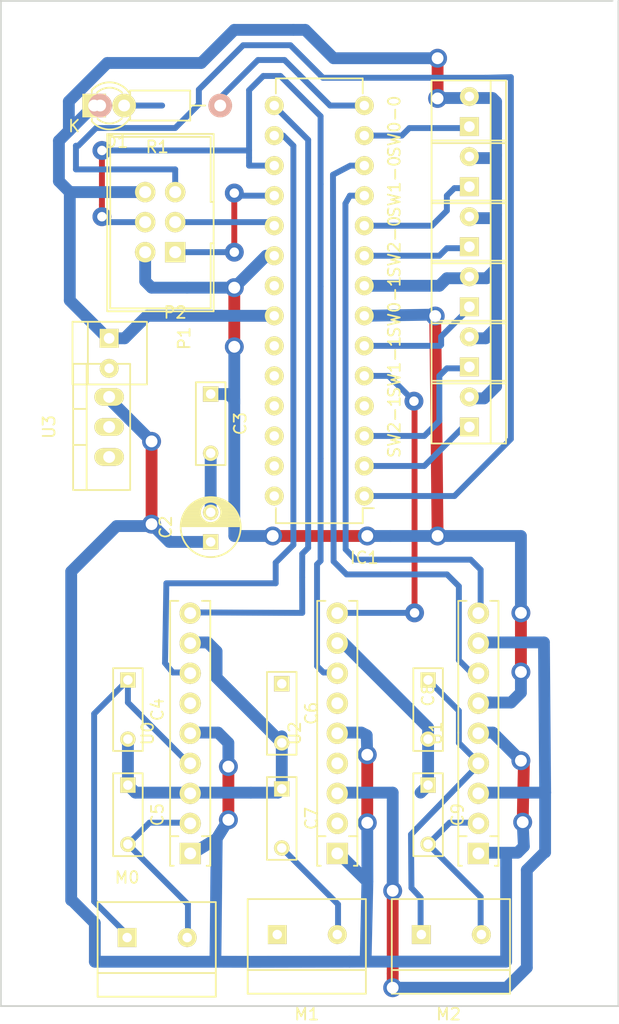
<source format=kicad_pcb>
(kicad_pcb (version 4) (host pcbnew 4.0.2-1.fc23-product)

  (general
    (links 67)
    (no_connects 24)
    (area 96.174999 92.674999 148.575001 177.825001)
    (thickness 1.6)
    (drawings 4)
    (tracks 310)
    (zones 0)
    (modules 26)
    (nets 26)
  )

  (page A4)
  (layers
    (0 F.Cu jumper)
    (31 B.Cu signal)
    (33 F.Adhes user)
    (35 F.Paste user)
    (37 F.SilkS user)
    (39 F.Mask user)
    (40 Dwgs.User user)
    (41 Cmts.User user)
    (42 Eco1.User user)
    (43 Eco2.User user)
    (44 Edge.Cuts user)
    (45 Margin user)
    (47 F.CrtYd user)
    (49 F.Fab user)
  )

  (setup
    (last_trace_width 0.5)
    (trace_clearance 0.5)
    (zone_clearance 0.508)
    (zone_45_only no)
    (trace_min 0.5)
    (segment_width 0.2)
    (edge_width 0.15)
    (via_size 1.6)
    (via_drill 0.8)
    (via_min_size 0.8)
    (via_min_drill 0.5)
    (uvia_size 0.3)
    (uvia_drill 0.1)
    (uvias_allowed no)
    (uvia_min_size 0)
    (uvia_min_drill 0)
    (pcb_text_width 0.3)
    (pcb_text_size 1.5 1.5)
    (mod_edge_width 0.15)
    (mod_text_size 1 1)
    (mod_text_width 0.15)
    (pad_size 1.524 1.524)
    (pad_drill 0.762)
    (pad_to_mask_clearance 0.2)
    (aux_axis_origin 0 0)
    (visible_elements 7FFFFFFF)
    (pcbplotparams
      (layerselection 0x01020_80000001)
      (usegerberextensions false)
      (excludeedgelayer true)
      (linewidth 0.100000)
      (plotframeref false)
      (viasonmask false)
      (mode 1)
      (useauxorigin false)
      (hpglpennumber 1)
      (hpglpenspeed 20)
      (hpglpendiameter 15)
      (hpglpenoverlay 2)
      (psnegative false)
      (psa4output false)
      (plotreference true)
      (plotvalue false)
      (plotinvisibletext false)
      (padsonsilk false)
      (subtractmaskfromsilk false)
      (outputformat 1)
      (mirror false)
      (drillshape 0)
      (scaleselection 1)
      (outputdirectory production-files/))
  )

  (net 0 "")
  (net 1 +5V)
  (net 2 GND)
  (net 3 +12V)
  (net 4 "Net-(C4-Pad1)")
  (net 5 "Net-(C5-Pad2)")
  (net 6 "Net-(C6-Pad1)")
  (net 7 "Net-(C7-Pad2)")
  (net 8 "Net-(C8-Pad1)")
  (net 9 "Net-(C9-Pad2)")
  (net 10 "Net-(D1-Pad2)")
  (net 11 "Net-(IC1-Pad1)")
  (net 12 "Net-(IC1-Pad2)")
  (net 13 "Net-(IC1-Pad3)")
  (net 14 "Net-(IC1-Pad10)")
  (net 15 "Net-(IC1-Pad14)")
  (net 16 "Net-(IC1-Pad18)")
  (net 17 "Net-(IC1-Pad19)")
  (net 18 "Net-(IC1-Pad13)")
  (net 19 "Net-(IC1-Pad6)")
  (net 20 "Net-(IC1-Pad9)")
  (net 21 /M2R)
  (net 22 /M0R)
  (net 23 /M0F)
  (net 24 /M1F)
  (net 25 /M1R)

  (net_class Default "Tämä on oletuskytkentäverkkoluokka."
    (clearance 0.5)
    (trace_width 0.5)
    (via_dia 1.6)
    (via_drill 0.8)
    (uvia_dia 0.3)
    (uvia_drill 0.1)
    (add_net /M0F)
    (add_net /M0R)
    (add_net /M1F)
    (add_net /M1R)
    (add_net /M2R)
    (add_net "Net-(C4-Pad1)")
    (add_net "Net-(C5-Pad2)")
    (add_net "Net-(C6-Pad1)")
    (add_net "Net-(C7-Pad2)")
    (add_net "Net-(C8-Pad1)")
    (add_net "Net-(C9-Pad2)")
    (add_net "Net-(D1-Pad2)")
    (add_net "Net-(IC1-Pad1)")
    (add_net "Net-(IC1-Pad10)")
    (add_net "Net-(IC1-Pad13)")
    (add_net "Net-(IC1-Pad14)")
    (add_net "Net-(IC1-Pad18)")
    (add_net "Net-(IC1-Pad19)")
    (add_net "Net-(IC1-Pad2)")
    (add_net "Net-(IC1-Pad3)")
    (add_net "Net-(IC1-Pad6)")
    (add_net "Net-(IC1-Pad9)")
  )

  (net_class Power ""
    (clearance 0.5)
    (trace_width 1)
    (via_dia 1.6)
    (via_drill 1)
    (uvia_dia 0.3)
    (uvia_drill 0.1)
    (add_net +12V)
    (add_net +5V)
    (add_net GND)
  )

  (module Housings_DIP:DIP-28_W7.62mm (layer F.Cu) (tedit 54130A77) (tstamp 574070DB)
    (at 127 134.62 180)
    (descr "28-lead dip package, row spacing 7.62 mm (300 mils)")
    (tags "dil dip 2.54 300")
    (path /5739BE65)
    (fp_text reference IC1 (at 0 -5.22 180) (layer F.SilkS)
      (effects (font (size 1 1) (thickness 0.15)))
    )
    (fp_text value ATMEGA88PA-P (at 0 -3.72 180) (layer F.Fab)
      (effects (font (size 1 1) (thickness 0.15)))
    )
    (fp_line (start -1.05 -2.45) (end -1.05 35.5) (layer F.CrtYd) (width 0.05))
    (fp_line (start 8.65 -2.45) (end 8.65 35.5) (layer F.CrtYd) (width 0.05))
    (fp_line (start -1.05 -2.45) (end 8.65 -2.45) (layer F.CrtYd) (width 0.05))
    (fp_line (start -1.05 35.5) (end 8.65 35.5) (layer F.CrtYd) (width 0.05))
    (fp_line (start 0.135 -2.295) (end 0.135 -1.025) (layer F.SilkS) (width 0.15))
    (fp_line (start 7.485 -2.295) (end 7.485 -1.025) (layer F.SilkS) (width 0.15))
    (fp_line (start 7.485 35.315) (end 7.485 34.045) (layer F.SilkS) (width 0.15))
    (fp_line (start 0.135 35.315) (end 0.135 34.045) (layer F.SilkS) (width 0.15))
    (fp_line (start 0.135 -2.295) (end 7.485 -2.295) (layer F.SilkS) (width 0.15))
    (fp_line (start 0.135 35.315) (end 7.485 35.315) (layer F.SilkS) (width 0.15))
    (fp_line (start 0.135 -1.025) (end -0.8 -1.025) (layer F.SilkS) (width 0.15))
    (pad 1 thru_hole oval (at 0 0 180) (size 1.6 1.6) (drill 0.8) (layers *.Cu *.Mask F.SilkS)
      (net 11 "Net-(IC1-Pad1)"))
    (pad 2 thru_hole oval (at 0 2.54 180) (size 1.6 1.6) (drill 0.8) (layers *.Cu *.Mask F.SilkS)
      (net 12 "Net-(IC1-Pad2)"))
    (pad 3 thru_hole oval (at 0 5.08 180) (size 1.6 1.6) (drill 0.8) (layers *.Cu *.Mask F.SilkS)
      (net 13 "Net-(IC1-Pad3)"))
    (pad 4 thru_hole oval (at 0 7.62 180) (size 1.6 1.6) (drill 0.8) (layers *.Cu *.Mask F.SilkS))
    (pad 5 thru_hole oval (at 0 10.16 180) (size 1.6 1.6) (drill 0.8) (layers *.Cu *.Mask F.SilkS)
      (net 21 /M2R))
    (pad 6 thru_hole oval (at 0 12.7 180) (size 1.6 1.6) (drill 0.8) (layers *.Cu *.Mask F.SilkS)
      (net 19 "Net-(IC1-Pad6)"))
    (pad 7 thru_hole oval (at 0 15.24 180) (size 1.6 1.6) (drill 0.8) (layers *.Cu *.Mask F.SilkS)
      (net 1 +5V))
    (pad 8 thru_hole oval (at 0 17.78 180) (size 1.6 1.6) (drill 0.8) (layers *.Cu *.Mask F.SilkS)
      (net 2 GND))
    (pad 9 thru_hole oval (at 0 20.32 180) (size 1.6 1.6) (drill 0.8) (layers *.Cu *.Mask F.SilkS)
      (net 20 "Net-(IC1-Pad9)"))
    (pad 10 thru_hole oval (at 0 22.86 180) (size 1.6 1.6) (drill 0.8) (layers *.Cu *.Mask F.SilkS)
      (net 14 "Net-(IC1-Pad10)"))
    (pad 11 thru_hole oval (at 0 25.4 180) (size 1.6 1.6) (drill 0.8) (layers *.Cu *.Mask F.SilkS)
      (net 22 /M0R))
    (pad 12 thru_hole oval (at 0 27.94 180) (size 1.6 1.6) (drill 0.8) (layers *.Cu *.Mask F.SilkS)
      (net 23 /M0F))
    (pad 13 thru_hole oval (at 0 30.48 180) (size 1.6 1.6) (drill 0.8) (layers *.Cu *.Mask F.SilkS)
      (net 18 "Net-(IC1-Pad13)"))
    (pad 14 thru_hole oval (at 0 33.02 180) (size 1.6 1.6) (drill 0.8) (layers *.Cu *.Mask F.SilkS)
      (net 15 "Net-(IC1-Pad14)"))
    (pad 15 thru_hole oval (at 7.62 33.02 180) (size 1.6 1.6) (drill 0.8) (layers *.Cu *.Mask F.SilkS)
      (net 24 /M1F))
    (pad 16 thru_hole oval (at 7.62 30.48 180) (size 1.6 1.6) (drill 0.8) (layers *.Cu *.Mask F.SilkS)
      (net 25 /M1R))
    (pad 17 thru_hole oval (at 7.62 27.94 180) (size 1.6 1.6) (drill 0.8) (layers *.Cu *.Mask F.SilkS)
      (net 21 /M2R))
    (pad 18 thru_hole oval (at 7.62 25.4 180) (size 1.6 1.6) (drill 0.8) (layers *.Cu *.Mask F.SilkS)
      (net 16 "Net-(IC1-Pad18)"))
    (pad 19 thru_hole oval (at 7.62 22.86 180) (size 1.6 1.6) (drill 0.8) (layers *.Cu *.Mask F.SilkS)
      (net 17 "Net-(IC1-Pad19)"))
    (pad 20 thru_hole oval (at 7.62 20.32 180) (size 1.6 1.6) (drill 0.8) (layers *.Cu *.Mask F.SilkS)
      (net 1 +5V))
    (pad 21 thru_hole oval (at 7.62 17.78 180) (size 1.6 1.6) (drill 0.8) (layers *.Cu *.Mask F.SilkS))
    (pad 22 thru_hole oval (at 7.62 15.24 180) (size 1.6 1.6) (drill 0.8) (layers *.Cu *.Mask F.SilkS)
      (net 2 GND))
    (pad 23 thru_hole oval (at 7.62 12.7 180) (size 1.6 1.6) (drill 0.8) (layers *.Cu *.Mask F.SilkS))
    (pad 24 thru_hole oval (at 7.62 10.16 180) (size 1.6 1.6) (drill 0.8) (layers *.Cu *.Mask F.SilkS))
    (pad 25 thru_hole oval (at 7.62 7.62 180) (size 1.6 1.6) (drill 0.8) (layers *.Cu *.Mask F.SilkS))
    (pad 26 thru_hole oval (at 7.62 5.08 180) (size 1.6 1.6) (drill 0.8) (layers *.Cu *.Mask F.SilkS))
    (pad 27 thru_hole oval (at 7.62 2.54 180) (size 1.6 1.6) (drill 0.8) (layers *.Cu *.Mask F.SilkS))
    (pad 28 thru_hole oval (at 7.62 0 180) (size 1.6 1.6) (drill 0.8) (layers *.Cu *.Mask F.SilkS))
    (model Housings_DIP.3dshapes/DIP-28_W7.62mm.wrl
      (at (xyz 0 0 0))
      (scale (xyz 1 1 1))
      (rotate (xyz 0 0 0))
    )
  )

  (module Capacitors_ThroughHole:C_Radial_D5_L6_P2.5 (layer F.Cu) (tedit 0) (tstamp 5740708B)
    (at 114 138.5 90)
    (descr "Radial Electrolytic Capacitor Diameter 5mm x Length 6mm, Pitch 2.5mm")
    (tags "Electrolytic Capacitor")
    (path /573C3E13)
    (fp_text reference C2 (at 1.25 -3.8 90) (layer F.SilkS)
      (effects (font (size 1 1) (thickness 0.15)))
    )
    (fp_text value "1 uF" (at 1.25 3.8 90) (layer F.Fab)
      (effects (font (size 1 1) (thickness 0.15)))
    )
    (fp_line (start 1.325 -2.499) (end 1.325 2.499) (layer F.SilkS) (width 0.15))
    (fp_line (start 1.465 -2.491) (end 1.465 2.491) (layer F.SilkS) (width 0.15))
    (fp_line (start 1.605 -2.475) (end 1.605 -0.095) (layer F.SilkS) (width 0.15))
    (fp_line (start 1.605 0.095) (end 1.605 2.475) (layer F.SilkS) (width 0.15))
    (fp_line (start 1.745 -2.451) (end 1.745 -0.49) (layer F.SilkS) (width 0.15))
    (fp_line (start 1.745 0.49) (end 1.745 2.451) (layer F.SilkS) (width 0.15))
    (fp_line (start 1.885 -2.418) (end 1.885 -0.657) (layer F.SilkS) (width 0.15))
    (fp_line (start 1.885 0.657) (end 1.885 2.418) (layer F.SilkS) (width 0.15))
    (fp_line (start 2.025 -2.377) (end 2.025 -0.764) (layer F.SilkS) (width 0.15))
    (fp_line (start 2.025 0.764) (end 2.025 2.377) (layer F.SilkS) (width 0.15))
    (fp_line (start 2.165 -2.327) (end 2.165 -0.835) (layer F.SilkS) (width 0.15))
    (fp_line (start 2.165 0.835) (end 2.165 2.327) (layer F.SilkS) (width 0.15))
    (fp_line (start 2.305 -2.266) (end 2.305 -0.879) (layer F.SilkS) (width 0.15))
    (fp_line (start 2.305 0.879) (end 2.305 2.266) (layer F.SilkS) (width 0.15))
    (fp_line (start 2.445 -2.196) (end 2.445 -0.898) (layer F.SilkS) (width 0.15))
    (fp_line (start 2.445 0.898) (end 2.445 2.196) (layer F.SilkS) (width 0.15))
    (fp_line (start 2.585 -2.114) (end 2.585 -0.896) (layer F.SilkS) (width 0.15))
    (fp_line (start 2.585 0.896) (end 2.585 2.114) (layer F.SilkS) (width 0.15))
    (fp_line (start 2.725 -2.019) (end 2.725 -0.871) (layer F.SilkS) (width 0.15))
    (fp_line (start 2.725 0.871) (end 2.725 2.019) (layer F.SilkS) (width 0.15))
    (fp_line (start 2.865 -1.908) (end 2.865 -0.823) (layer F.SilkS) (width 0.15))
    (fp_line (start 2.865 0.823) (end 2.865 1.908) (layer F.SilkS) (width 0.15))
    (fp_line (start 3.005 -1.78) (end 3.005 -0.745) (layer F.SilkS) (width 0.15))
    (fp_line (start 3.005 0.745) (end 3.005 1.78) (layer F.SilkS) (width 0.15))
    (fp_line (start 3.145 -1.631) (end 3.145 -0.628) (layer F.SilkS) (width 0.15))
    (fp_line (start 3.145 0.628) (end 3.145 1.631) (layer F.SilkS) (width 0.15))
    (fp_line (start 3.285 -1.452) (end 3.285 -0.44) (layer F.SilkS) (width 0.15))
    (fp_line (start 3.285 0.44) (end 3.285 1.452) (layer F.SilkS) (width 0.15))
    (fp_line (start 3.425 -1.233) (end 3.425 1.233) (layer F.SilkS) (width 0.15))
    (fp_line (start 3.565 -0.944) (end 3.565 0.944) (layer F.SilkS) (width 0.15))
    (fp_line (start 3.705 -0.472) (end 3.705 0.472) (layer F.SilkS) (width 0.15))
    (fp_circle (center 2.5 0) (end 2.5 -0.9) (layer F.SilkS) (width 0.15))
    (fp_circle (center 1.25 0) (end 1.25 -2.5375) (layer F.SilkS) (width 0.15))
    (fp_circle (center 1.25 0) (end 1.25 -2.8) (layer F.CrtYd) (width 0.05))
    (pad 1 thru_hole rect (at 0 0 90) (size 1.3 1.3) (drill 0.8) (layers *.Cu *.Mask F.SilkS)
      (net 3 +12V))
    (pad 2 thru_hole circle (at 2.5 0 90) (size 1.3 1.3) (drill 0.8) (layers *.Cu *.Mask F.SilkS)
      (net 2 GND))
    (model Capacitors_ThroughHole.3dshapes/C_Radial_D5_L6_P2.5.wrl
      (at (xyz 0.0492126 0 0))
      (scale (xyz 1 1 1))
      (rotate (xyz 0 0 90))
    )
  )

  (module Capacitors_ThroughHole:C_Rect_L7_W2.5_P5 (layer F.Cu) (tedit 0) (tstamp 57407091)
    (at 114 126 270)
    (descr "Film Capacitor Length 7mm x Width 2.5mm, Pitch 5mm")
    (tags Capacitor)
    (path /573C3D9C)
    (fp_text reference C3 (at 2.5 -2.5 270) (layer F.SilkS)
      (effects (font (size 1 1) (thickness 0.15)))
    )
    (fp_text value "100 nF" (at 2.5 2.5 270) (layer F.Fab)
      (effects (font (size 1 1) (thickness 0.15)))
    )
    (fp_line (start -1.25 -1.5) (end 6.25 -1.5) (layer F.CrtYd) (width 0.05))
    (fp_line (start 6.25 -1.5) (end 6.25 1.5) (layer F.CrtYd) (width 0.05))
    (fp_line (start 6.25 1.5) (end -1.25 1.5) (layer F.CrtYd) (width 0.05))
    (fp_line (start -1.25 1.5) (end -1.25 -1.5) (layer F.CrtYd) (width 0.05))
    (fp_line (start -1 -1.25) (end 6 -1.25) (layer F.SilkS) (width 0.15))
    (fp_line (start 6 -1.25) (end 6 1.25) (layer F.SilkS) (width 0.15))
    (fp_line (start 6 1.25) (end -1 1.25) (layer F.SilkS) (width 0.15))
    (fp_line (start -1 1.25) (end -1 -1.25) (layer F.SilkS) (width 0.15))
    (pad 1 thru_hole rect (at 0 0 270) (size 1.3 1.3) (drill 0.8) (layers *.Cu *.Mask F.SilkS)
      (net 1 +5V))
    (pad 2 thru_hole circle (at 5 0 270) (size 1.3 1.3) (drill 0.8) (layers *.Cu *.Mask F.SilkS)
      (net 2 GND))
  )

  (module Capacitors_ThroughHole:C_Rect_L7_W2.5_P5 (layer F.Cu) (tedit 0) (tstamp 57407097)
    (at 106.9975 150.1775 270)
    (descr "Film Capacitor Length 7mm x Width 2.5mm, Pitch 5mm")
    (tags Capacitor)
    (path /5739C1EE)
    (fp_text reference C4 (at 2.5 -2.5 270) (layer F.SilkS)
      (effects (font (size 1 1) (thickness 0.15)))
    )
    (fp_text value "10 nF" (at 2.5 2.5 270) (layer F.Fab)
      (effects (font (size 1 1) (thickness 0.15)))
    )
    (fp_line (start -1.25 -1.5) (end 6.25 -1.5) (layer F.CrtYd) (width 0.05))
    (fp_line (start 6.25 -1.5) (end 6.25 1.5) (layer F.CrtYd) (width 0.05))
    (fp_line (start 6.25 1.5) (end -1.25 1.5) (layer F.CrtYd) (width 0.05))
    (fp_line (start -1.25 1.5) (end -1.25 -1.5) (layer F.CrtYd) (width 0.05))
    (fp_line (start -1 -1.25) (end 6 -1.25) (layer F.SilkS) (width 0.15))
    (fp_line (start 6 -1.25) (end 6 1.25) (layer F.SilkS) (width 0.15))
    (fp_line (start 6 1.25) (end -1 1.25) (layer F.SilkS) (width 0.15))
    (fp_line (start -1 1.25) (end -1 -1.25) (layer F.SilkS) (width 0.15))
    (pad 1 thru_hole rect (at 0 0 270) (size 1.3 1.3) (drill 0.8) (layers *.Cu *.Mask F.SilkS)
      (net 4 "Net-(C4-Pad1)"))
    (pad 2 thru_hole circle (at 5 0 270) (size 1.3 1.3) (drill 0.8) (layers *.Cu *.Mask F.SilkS)
      (net 2 GND))
  )

  (module Capacitors_ThroughHole:C_Rect_L7_W2.5_P5 (layer F.Cu) (tedit 0) (tstamp 5740709D)
    (at 106.9975 159.0675 270)
    (descr "Film Capacitor Length 7mm x Width 2.5mm, Pitch 5mm")
    (tags Capacitor)
    (path /5739C247)
    (fp_text reference C5 (at 2.5 -2.5 270) (layer F.SilkS)
      (effects (font (size 1 1) (thickness 0.15)))
    )
    (fp_text value "10 nF" (at 2.5 2.5 270) (layer F.Fab)
      (effects (font (size 1 1) (thickness 0.15)))
    )
    (fp_line (start -1.25 -1.5) (end 6.25 -1.5) (layer F.CrtYd) (width 0.05))
    (fp_line (start 6.25 -1.5) (end 6.25 1.5) (layer F.CrtYd) (width 0.05))
    (fp_line (start 6.25 1.5) (end -1.25 1.5) (layer F.CrtYd) (width 0.05))
    (fp_line (start -1.25 1.5) (end -1.25 -1.5) (layer F.CrtYd) (width 0.05))
    (fp_line (start -1 -1.25) (end 6 -1.25) (layer F.SilkS) (width 0.15))
    (fp_line (start 6 -1.25) (end 6 1.25) (layer F.SilkS) (width 0.15))
    (fp_line (start 6 1.25) (end -1 1.25) (layer F.SilkS) (width 0.15))
    (fp_line (start -1 1.25) (end -1 -1.25) (layer F.SilkS) (width 0.15))
    (pad 1 thru_hole rect (at 0 0 270) (size 1.3 1.3) (drill 0.8) (layers *.Cu *.Mask F.SilkS)
      (net 2 GND))
    (pad 2 thru_hole circle (at 5 0 270) (size 1.3 1.3) (drill 0.8) (layers *.Cu *.Mask F.SilkS)
      (net 5 "Net-(C5-Pad2)"))
  )

  (module Capacitors_ThroughHole:C_Rect_L7_W2.5_P5 (layer F.Cu) (tedit 0) (tstamp 574070A3)
    (at 120.015 150.495 270)
    (descr "Film Capacitor Length 7mm x Width 2.5mm, Pitch 5mm")
    (tags Capacitor)
    (path /5739CBD1)
    (fp_text reference C6 (at 2.5 -2.5 270) (layer F.SilkS)
      (effects (font (size 1 1) (thickness 0.15)))
    )
    (fp_text value "10 nF" (at 2.5 2.5 270) (layer F.Fab)
      (effects (font (size 1 1) (thickness 0.15)))
    )
    (fp_line (start -1.25 -1.5) (end 6.25 -1.5) (layer F.CrtYd) (width 0.05))
    (fp_line (start 6.25 -1.5) (end 6.25 1.5) (layer F.CrtYd) (width 0.05))
    (fp_line (start 6.25 1.5) (end -1.25 1.5) (layer F.CrtYd) (width 0.05))
    (fp_line (start -1.25 1.5) (end -1.25 -1.5) (layer F.CrtYd) (width 0.05))
    (fp_line (start -1 -1.25) (end 6 -1.25) (layer F.SilkS) (width 0.15))
    (fp_line (start 6 -1.25) (end 6 1.25) (layer F.SilkS) (width 0.15))
    (fp_line (start 6 1.25) (end -1 1.25) (layer F.SilkS) (width 0.15))
    (fp_line (start -1 1.25) (end -1 -1.25) (layer F.SilkS) (width 0.15))
    (pad 1 thru_hole rect (at 0 0 270) (size 1.3 1.3) (drill 0.8) (layers *.Cu *.Mask F.SilkS)
      (net 6 "Net-(C6-Pad1)"))
    (pad 2 thru_hole circle (at 5 0 270) (size 1.3 1.3) (drill 0.8) (layers *.Cu *.Mask F.SilkS)
      (net 2 GND))
  )

  (module Capacitors_ThroughHole:C_Rect_L7_W2.5_P5 (layer F.Cu) (tedit 0) (tstamp 574070A9)
    (at 120.015 159.385 270)
    (descr "Film Capacitor Length 7mm x Width 2.5mm, Pitch 5mm")
    (tags Capacitor)
    (path /5739CBD7)
    (fp_text reference C7 (at 2.5 -2.5 270) (layer F.SilkS)
      (effects (font (size 1 1) (thickness 0.15)))
    )
    (fp_text value "10 nF" (at 2.5 2.5 270) (layer F.Fab)
      (effects (font (size 1 1) (thickness 0.15)))
    )
    (fp_line (start -1.25 -1.5) (end 6.25 -1.5) (layer F.CrtYd) (width 0.05))
    (fp_line (start 6.25 -1.5) (end 6.25 1.5) (layer F.CrtYd) (width 0.05))
    (fp_line (start 6.25 1.5) (end -1.25 1.5) (layer F.CrtYd) (width 0.05))
    (fp_line (start -1.25 1.5) (end -1.25 -1.5) (layer F.CrtYd) (width 0.05))
    (fp_line (start -1 -1.25) (end 6 -1.25) (layer F.SilkS) (width 0.15))
    (fp_line (start 6 -1.25) (end 6 1.25) (layer F.SilkS) (width 0.15))
    (fp_line (start 6 1.25) (end -1 1.25) (layer F.SilkS) (width 0.15))
    (fp_line (start -1 1.25) (end -1 -1.25) (layer F.SilkS) (width 0.15))
    (pad 1 thru_hole rect (at 0 0 270) (size 1.3 1.3) (drill 0.8) (layers *.Cu *.Mask F.SilkS)
      (net 2 GND))
    (pad 2 thru_hole circle (at 5 0 270) (size 1.3 1.3) (drill 0.8) (layers *.Cu *.Mask F.SilkS)
      (net 7 "Net-(C7-Pad2)"))
  )

  (module Capacitors_ThroughHole:C_Rect_L7_W2.5_P5 (layer F.Cu) (tedit 57407074) (tstamp 574070AF)
    (at 132.3975 150.1775 270)
    (descr "Film Capacitor Length 7mm x Width 2.5mm, Pitch 5mm")
    (tags Capacitor)
    (path /5739CE1D)
    (fp_text reference C8 (at 1.27 0 270) (layer F.SilkS)
      (effects (font (size 1 1) (thickness 0.15)))
    )
    (fp_text value "10 nF" (at 2.5 2.5 450) (layer F.Fab)
      (effects (font (size 1 1) (thickness 0.15)))
    )
    (fp_line (start -1.25 -1.5) (end 6.25 -1.5) (layer F.CrtYd) (width 0.05))
    (fp_line (start 6.25 -1.5) (end 6.25 1.5) (layer F.CrtYd) (width 0.05))
    (fp_line (start 6.25 1.5) (end -1.25 1.5) (layer F.CrtYd) (width 0.05))
    (fp_line (start -1.25 1.5) (end -1.25 -1.5) (layer F.CrtYd) (width 0.05))
    (fp_line (start -1 -1.25) (end 6 -1.25) (layer F.SilkS) (width 0.15))
    (fp_line (start 6 -1.25) (end 6 1.25) (layer F.SilkS) (width 0.15))
    (fp_line (start 6 1.25) (end -1 1.25) (layer F.SilkS) (width 0.15))
    (fp_line (start -1 1.25) (end -1 -1.25) (layer F.SilkS) (width 0.15))
    (pad 1 thru_hole rect (at 0 0 270) (size 1.3 1.3) (drill 0.8) (layers *.Cu *.Mask F.SilkS)
      (net 8 "Net-(C8-Pad1)"))
    (pad 2 thru_hole circle (at 5 0 270) (size 1.3 1.3) (drill 0.8) (layers *.Cu *.Mask F.SilkS)
      (net 2 GND))
  )

  (module Capacitors_ThroughHole:C_Rect_L7_W2.5_P5 (layer F.Cu) (tedit 0) (tstamp 574070B5)
    (at 132.3975 159.0675 270)
    (descr "Film Capacitor Length 7mm x Width 2.5mm, Pitch 5mm")
    (tags Capacitor)
    (path /5739CE23)
    (fp_text reference C9 (at 2.5 -2.5 270) (layer F.SilkS)
      (effects (font (size 1 1) (thickness 0.15)))
    )
    (fp_text value "10 nF" (at 2.5 2.5 270) (layer F.Fab)
      (effects (font (size 1 1) (thickness 0.15)))
    )
    (fp_line (start -1.25 -1.5) (end 6.25 -1.5) (layer F.CrtYd) (width 0.05))
    (fp_line (start 6.25 -1.5) (end 6.25 1.5) (layer F.CrtYd) (width 0.05))
    (fp_line (start 6.25 1.5) (end -1.25 1.5) (layer F.CrtYd) (width 0.05))
    (fp_line (start -1.25 1.5) (end -1.25 -1.5) (layer F.CrtYd) (width 0.05))
    (fp_line (start -1 -1.25) (end 6 -1.25) (layer F.SilkS) (width 0.15))
    (fp_line (start 6 -1.25) (end 6 1.25) (layer F.SilkS) (width 0.15))
    (fp_line (start 6 1.25) (end -1 1.25) (layer F.SilkS) (width 0.15))
    (fp_line (start -1 1.25) (end -1 -1.25) (layer F.SilkS) (width 0.15))
    (pad 1 thru_hole rect (at 0 0 270) (size 1.3 1.3) (drill 0.8) (layers *.Cu *.Mask F.SilkS)
      (net 2 GND))
    (pad 2 thru_hole circle (at 5 0 270) (size 1.3 1.3) (drill 0.8) (layers *.Cu *.Mask F.SilkS)
      (net 9 "Net-(C9-Pad2)"))
  )

  (module LEDs:LED-3MM (layer F.Cu) (tedit 574C347F) (tstamp 574070BB)
    (at 104.14 101.6)
    (descr "LED 3mm round vertical")
    (tags "LED  3mm round vertical")
    (path /573AFC00)
    (fp_text reference D1 (at 1.91 3.06 180) (layer F.SilkS)
      (effects (font (size 1 1) (thickness 0.15)))
    )
    (fp_text value LED (at 1.3 -2.9) (layer F.Fab)
      (effects (font (size 1 1) (thickness 0.15)))
    )
    (fp_line (start -1.2 2.3) (end 3.8 2.3) (layer F.CrtYd) (width 0.05))
    (fp_line (start 3.8 2.3) (end 3.8 -2.2) (layer F.CrtYd) (width 0.05))
    (fp_line (start 3.8 -2.2) (end -1.2 -2.2) (layer F.CrtYd) (width 0.05))
    (fp_line (start -1.2 -2.2) (end -1.2 2.3) (layer F.CrtYd) (width 0.05))
    (fp_line (start -0.199 1.314) (end -0.199 1.114) (layer F.SilkS) (width 0.15))
    (fp_line (start -0.199 -1.28) (end -0.199 -1.1) (layer F.SilkS) (width 0.15))
    (fp_arc (start 1.301 0.034) (end -0.199 -1.286) (angle 108.5) (layer F.SilkS) (width 0.15))
    (fp_arc (start 1.301 0.034) (end 0.25 -1.1) (angle 85.7) (layer F.SilkS) (width 0.15))
    (fp_arc (start 1.311 0.034) (end 3.051 0.994) (angle 110) (layer F.SilkS) (width 0.15))
    (fp_arc (start 1.301 0.034) (end 2.335 1.094) (angle 87.5) (layer F.SilkS) (width 0.15))
    (fp_text user K (at -1.69 1.74) (layer F.SilkS)
      (effects (font (size 1 1) (thickness 0.15)))
    )
    (pad 1 thru_hole rect (at 0 0 90) (size 2 2) (drill 1.00076) (layers *.Cu *.Mask F.SilkS)
      (net 2 GND))
    (pad 2 thru_hole circle (at 2.54 0) (size 2 2) (drill 1.00076) (layers *.Cu *.Mask F.SilkS)
      (net 10 "Net-(D1-Pad2)"))
    (model LEDs.3dshapes/LED-3MM.wrl
      (at (xyz 0.05 0 0))
      (scale (xyz 1 1 1))
      (rotate (xyz 0 0 90))
    )
  )

  (module Housings_SIP:SIP9_Housing (layer F.Cu) (tedit 0) (tstamp 5740719E)
    (at 124.714 154.686 90)
    (descr SIP9)
    (tags SIP9)
    (path /5739CDF9)
    (fp_text reference U2 (at 0 -3.6 90) (layer F.SilkS)
      (effects (font (size 1 1) (thickness 0.15)))
    )
    (fp_text value BA6956AN (at -0.1 3.7 90) (layer F.Fab)
      (effects (font (size 1 1) (thickness 0.15)))
    )
    (fp_line (start -8.7 1.7) (end -8.7 1) (layer F.SilkS) (width 0.15))
    (fp_line (start -8.7 -1.7) (end -8.7 -1) (layer F.SilkS) (width 0.15))
    (fp_line (start 0 1.7) (end -11.2 1.7) (layer F.SilkS) (width 0.15))
    (fp_line (start -11.2 1.7) (end -11.2 1.4) (layer F.SilkS) (width 0.15))
    (fp_line (start 11.2 -1.2) (end 11.2 -1) (layer F.SilkS) (width 0.15))
    (fp_line (start 0 1.7) (end 11.2 1.7) (layer F.SilkS) (width 0.15))
    (fp_line (start 11.2 1.7) (end 11.2 1) (layer F.SilkS) (width 0.15))
    (fp_line (start 0.1 -1.7) (end -11.2 -1.7) (layer F.SilkS) (width 0.15))
    (fp_line (start -11.2 -1.7) (end -11.2 -1.4) (layer F.SilkS) (width 0.15))
    (fp_line (start 0 -1.7) (end 11.2 -1.7) (layer F.SilkS) (width 0.15))
    (fp_line (start 11.2 -1.7) (end 11.2 -1.1) (layer F.SilkS) (width 0.15))
    (pad 1 thru_hole rect (at -10.16 0 180) (size 1.8 1.8) (drill 1) (layers *.Cu *.Mask F.SilkS))
    (pad 2 thru_hole circle (at -7.62 0 180) (size 1.8 1.8) (drill 1) (layers *.Cu *.Mask F.SilkS)
      (net 9 "Net-(C9-Pad2)"))
    (pad 3 thru_hole circle (at -5.08 0 180) (size 1.8 1.8) (drill 1) (layers *.Cu *.Mask F.SilkS)
      (net 2 GND))
    (pad 4 thru_hole circle (at -2.54 0 180) (size 1.8 1.8) (drill 1) (layers *.Cu *.Mask F.SilkS)
      (net 8 "Net-(C8-Pad1)"))
    (pad 5 thru_hole circle (at 0 0 180) (size 1.8 1.8) (drill 1) (layers *.Cu *.Mask F.SilkS)
      (net 3 +12V))
    (pad 6 thru_hole circle (at 2.54 0 180) (size 1.8 1.8) (drill 1) (layers *.Cu *.Mask F.SilkS)
      (net 3 +12V))
    (pad 7 thru_hole circle (at 5.08 0 180) (size 1.8 1.8) (drill 1) (layers *.Cu *.Mask F.SilkS))
    (pad 8 thru_hole circle (at 7.62 0 180) (size 1.8 1.8) (drill 1) (layers *.Cu *.Mask F.SilkS)
      (net 2 GND))
    (pad 9 thru_hole circle (at 10.16 0 180) (size 1.8 1.8) (drill 1) (layers *.Cu *.Mask F.SilkS)
      (net 21 /M2R))
    (model Housings_SIP.3dshapes/SIP9_Housing.wrl
      (at (xyz 0 0 0))
      (scale (xyz 0.3937 0.3937 0.3937))
      (rotate (xyz 0 0 0))
    )
  )

  (module "Oturpe footprints:Big_green_chocolate_1x2" (layer F.Cu) (tedit 5764B330) (tstamp 576494B8)
    (at 119.634 171.704)
    (path /5739CBCB)
    (fp_text reference M1 (at 2.5025 6.7325) (layer F.SilkS)
      (effects (font (size 1 1) (thickness 0.15)))
    )
    (fp_text value DC_motor (at 0.5 -3.81) (layer F.Fab)
      (effects (font (size 1 1) (thickness 0.15)))
    )
    (fp_line (start -2.5 3) (end 7.5 3) (layer F.SilkS) (width 0.15))
    (fp_line (start -2.5 -3) (end 7.5 -3) (layer F.SilkS) (width 0.15))
    (fp_line (start 7.5 -3) (end 7.5 5) (layer F.SilkS) (width 0.15))
    (fp_line (start 7.5 5) (end -2.5 5) (layer F.SilkS) (width 0.15))
    (fp_line (start -2.5 5) (end -2.5 -3) (layer F.SilkS) (width 0.15))
    (pad 1 thru_hole rect (at 0 0) (size 1.6 1.6) (drill 0.8) (layers *.Cu *.Mask F.SilkS)
      (net 6 "Net-(C6-Pad1)"))
    (pad 2 thru_hole circle (at 5.08 0) (size 1.6 1.6) (drill 0.8) (layers *.Cu *.Mask F.SilkS)
      (net 7 "Net-(C7-Pad2)"))
  )

  (module "Oturpe footprints:Big_green_chocolate_1x2" (layer F.Cu) (tedit 5764B335) (tstamp 576494BD)
    (at 131.826 171.704)
    (path /5739CE17)
    (fp_text reference M2 (at 2.3025 6.7325) (layer F.SilkS)
      (effects (font (size 1 1) (thickness 0.15)))
    )
    (fp_text value DC_motor (at 0.5 -3.81) (layer F.Fab)
      (effects (font (size 1 1) (thickness 0.15)))
    )
    (fp_line (start -2.5 3) (end 7.5 3) (layer F.SilkS) (width 0.15))
    (fp_line (start -2.5 -3) (end 7.5 -3) (layer F.SilkS) (width 0.15))
    (fp_line (start 7.5 -3) (end 7.5 5) (layer F.SilkS) (width 0.15))
    (fp_line (start 7.5 5) (end -2.5 5) (layer F.SilkS) (width 0.15))
    (fp_line (start -2.5 5) (end -2.5 -3) (layer F.SilkS) (width 0.15))
    (pad 1 thru_hole rect (at 0 0) (size 1.6 1.6) (drill 0.8) (layers *.Cu *.Mask F.SilkS)
      (net 8 "Net-(C8-Pad1)"))
    (pad 2 thru_hole circle (at 5.08 0) (size 1.6 1.6) (drill 0.8) (layers *.Cu *.Mask F.SilkS)
      (net 9 "Net-(C9-Pad2)"))
  )

  (module "Oturpe footprints:Small_green_chocolade_1x2" (layer F.Cu) (tedit 57649017) (tstamp 5764C978)
    (at 105.41 121.285 270)
    (path /57404E3E)
    (fp_text reference P1 (at 0 -6.35 270) (layer F.SilkS)
      (effects (font (size 1 1) (thickness 0.15)))
    )
    (fp_text value "Power connector" (at 1.27 -5.08 270) (layer F.Fab)
      (effects (font (size 1 1) (thickness 0.15)))
    )
    (fp_line (start -1.4 1.8) (end 3.9 1.8) (layer F.SilkS) (width 0.15))
    (fp_line (start -1.4 -3.1) (end -1.4 3.1) (layer F.SilkS) (width 0.15))
    (fp_line (start -1.4 3.1) (end 3.9 3.1) (layer F.SilkS) (width 0.15))
    (fp_line (start 3.9 3.1) (end 3.9 -3.2) (layer F.SilkS) (width 0.15))
    (fp_line (start 3.9 -3.2) (end -1.4 -3.2) (layer F.SilkS) (width 0.15))
    (pad 1 thru_hole rect (at 0 0 270) (size 1.6 1.6) (drill 0.9) (layers *.Cu *.Mask F.SilkS)
      (net 2 GND))
    (pad 2 thru_hole circle (at 2.54 0 270) (size 1.6 1.6) (drill 0.8) (layers *.Cu *.Mask F.SilkS)
      (net 3 +12V))
  )

  (module Resistors_ThroughHole:Resistor_Horizontal_RM10mm (layer F.Cu) (tedit 56648415) (tstamp 57407112)
    (at 114.808 101.6 180)
    (descr "Resistor, Axial,  RM 10mm, 1/3W")
    (tags "Resistor Axial RM 10mm 1/3W")
    (path /573AFB8D)
    (fp_text reference R1 (at 5.32892 -3.50012 180) (layer F.SilkS)
      (effects (font (size 1 1) (thickness 0.15)))
    )
    (fp_text value "1 k" (at 5.08 3.81 180) (layer F.Fab)
      (effects (font (size 1 1) (thickness 0.15)))
    )
    (fp_line (start -1.25 -1.5) (end 11.4 -1.5) (layer F.CrtYd) (width 0.05))
    (fp_line (start -1.25 1.5) (end -1.25 -1.5) (layer F.CrtYd) (width 0.05))
    (fp_line (start 11.4 -1.5) (end 11.4 1.5) (layer F.CrtYd) (width 0.05))
    (fp_line (start -1.25 1.5) (end 11.4 1.5) (layer F.CrtYd) (width 0.05))
    (fp_line (start 2.54 -1.27) (end 7.62 -1.27) (layer F.SilkS) (width 0.15))
    (fp_line (start 7.62 -1.27) (end 7.62 1.27) (layer F.SilkS) (width 0.15))
    (fp_line (start 7.62 1.27) (end 2.54 1.27) (layer F.SilkS) (width 0.15))
    (fp_line (start 2.54 1.27) (end 2.54 -1.27) (layer F.SilkS) (width 0.15))
    (fp_line (start 2.54 0) (end 1.27 0) (layer F.SilkS) (width 0.15))
    (fp_line (start 7.62 0) (end 8.89 0) (layer F.SilkS) (width 0.15))
    (pad 1 thru_hole circle (at 0 0 180) (size 1.99898 1.99898) (drill 1.00076) (layers *.Cu *.SilkS *.Mask)
      (net 15 "Net-(IC1-Pad14)"))
    (pad 2 thru_hole circle (at 10.16 0 180) (size 1.99898 1.99898) (drill 1.00076) (layers *.Cu *.SilkS *.Mask)
      (net 10 "Net-(D1-Pad2)"))
    (model Resistors_ThroughHole.3dshapes/Resistor_Horizontal_RM10mm.wrl
      (at (xyz 0 0 0))
      (scale (xyz 0.4 0.4 0.4))
      (rotate (xyz 0 0 0))
    )
  )

  (module "Oturpe footprints:Borg_hedged_2x03" (layer F.Cu) (tedit 576493A5) (tstamp 576493B2)
    (at 111 114 180)
    (descr "Through hole pin header")
    (tags "pin header")
    (path /5740639A)
    (fp_text reference P2 (at 0 -5.1 180) (layer F.SilkS)
      (effects (font (size 1 1) (thickness 0.15)))
    )
    (fp_text value "ISP interface" (at 0 -3.1 180) (layer F.Fab)
      (effects (font (size 1 1) (thickness 0.15)))
    )
    (fp_line (start -3.25 4.25) (end -3.25 0.75) (layer F.SilkS) (width 0.15))
    (fp_line (start -3.25 10) (end -3.25 4.25) (layer F.SilkS) (width 0.15))
    (fp_line (start -3.25 0.75) (end -3.25 -5) (layer F.SilkS) (width 0.15))
    (fp_line (start -3 -4.75) (end -3 0.75) (layer F.SilkS) (width 0.15))
    (fp_line (start -3 0.75) (end -3.25 0.75) (layer F.SilkS) (width 0.15))
    (fp_line (start -3 -4.75) (end 5.5 -4.75) (layer F.SilkS) (width 0.15))
    (fp_line (start 5.5 -4.75) (end 5.5 9.75) (layer F.SilkS) (width 0.15))
    (fp_line (start 5.5 9.75) (end -3 9.75) (layer F.SilkS) (width 0.15))
    (fp_line (start -3 9.75) (end -3 4.25) (layer F.SilkS) (width 0.15))
    (fp_line (start -3 4.25) (end -3.25 4.25) (layer F.SilkS) (width 0.15))
    (fp_line (start -3.25 10) (end 5.75 10) (layer F.SilkS) (width 0.15))
    (fp_line (start 5.75 10) (end 5.75 -5) (layer F.SilkS) (width 0.15))
    (fp_line (start 5.75 -5) (end -3.25 -5) (layer F.SilkS) (width 0.15))
    (pad 1 thru_hole rect (at 0 0 180) (size 1.7272 1.7272) (drill 1.016) (layers *.Cu *.Mask F.SilkS)
      (net 16 "Net-(IC1-Pad18)"))
    (pad 2 thru_hole oval (at 2.54 0 180) (size 1.7272 1.7272) (drill 1.016) (layers *.Cu *.Mask F.SilkS)
      (net 1 +5V))
    (pad 3 thru_hole oval (at 0 2.54 180) (size 1.7272 1.7272) (drill 1.016) (layers *.Cu *.Mask F.SilkS)
      (net 17 "Net-(IC1-Pad19)"))
    (pad 4 thru_hole oval (at 2.54 2.54 180) (size 1.7272 1.7272) (drill 1.016) (layers *.Cu *.Mask F.SilkS)
      (net 21 /M2R))
    (pad 5 thru_hole oval (at 0 5.08 180) (size 1.7272 1.7272) (drill 1.016) (layers *.Cu *.Mask F.SilkS)
      (net 11 "Net-(IC1-Pad1)"))
    (pad 6 thru_hole oval (at 2.54 5.08 180) (size 1.7272 1.7272) (drill 1.016) (layers *.Cu *.Mask F.SilkS)
      (net 2 GND))
    (model Pin_Headers.3dshapes/Pin_Header_Straight_2x03.wrl
      (at (xyz 0.05 -0.1 0))
      (scale (xyz 1 1 1))
      (rotate (xyz 0 0 90))
    )
  )

  (module "Oturpe footprints:Small_green_chocolade_1x2" (layer F.Cu) (tedit 57649017) (tstamp 5766B17B)
    (at 135.89 103.378 90)
    (path /573B5D20)
    (fp_text reference SW0-0 (at 0 -6.35 90) (layer F.SilkS)
      (effects (font (size 1 1) (thickness 0.15)))
    )
    (fp_text value SW_PUSH (at 1.27 -5.08 90) (layer F.Fab)
      (effects (font (size 1 1) (thickness 0.15)))
    )
    (fp_line (start -1.4 1.8) (end 3.9 1.8) (layer F.SilkS) (width 0.15))
    (fp_line (start -1.4 -3.1) (end -1.4 3.1) (layer F.SilkS) (width 0.15))
    (fp_line (start -1.4 3.1) (end 3.9 3.1) (layer F.SilkS) (width 0.15))
    (fp_line (start 3.9 3.1) (end 3.9 -3.2) (layer F.SilkS) (width 0.15))
    (fp_line (start 3.9 -3.2) (end -1.4 -3.2) (layer F.SilkS) (width 0.15))
    (pad 1 thru_hole rect (at 0 0 90) (size 1.6 1.6) (drill 0.9) (layers *.Cu *.Mask F.SilkS)
      (net 18 "Net-(IC1-Pad13)"))
    (pad 2 thru_hole circle (at 2.54 0 90) (size 1.6 1.6) (drill 0.8) (layers *.Cu *.Mask F.SilkS)
      (net 2 GND))
  )

  (module "Oturpe footprints:Small_green_chocolade_1x2" (layer F.Cu) (tedit 57649017) (tstamp 5766B186)
    (at 135.89 118.618 90)
    (path /573B5B14)
    (fp_text reference SW0-1 (at 0 -6.35 90) (layer F.SilkS)
      (effects (font (size 1 1) (thickness 0.15)))
    )
    (fp_text value SW_PUSH (at 1.27 -5.08 90) (layer F.Fab)
      (effects (font (size 1 1) (thickness 0.15)))
    )
    (fp_line (start -1.4 1.8) (end 3.9 1.8) (layer F.SilkS) (width 0.15))
    (fp_line (start -1.4 -3.1) (end -1.4 3.1) (layer F.SilkS) (width 0.15))
    (fp_line (start -1.4 3.1) (end 3.9 3.1) (layer F.SilkS) (width 0.15))
    (fp_line (start 3.9 3.1) (end 3.9 -3.2) (layer F.SilkS) (width 0.15))
    (fp_line (start 3.9 -3.2) (end -1.4 -3.2) (layer F.SilkS) (width 0.15))
    (pad 1 thru_hole rect (at 0 0 90) (size 1.6 1.6) (drill 0.9) (layers *.Cu *.Mask F.SilkS)
      (net 19 "Net-(IC1-Pad6)"))
    (pad 2 thru_hole circle (at 2.54 0 90) (size 1.6 1.6) (drill 0.8) (layers *.Cu *.Mask F.SilkS)
      (net 2 GND))
  )

  (module "Oturpe footprints:Small_green_chocolade_1x2" (layer F.Cu) (tedit 57649017) (tstamp 5766B191)
    (at 135.89 108.458 90)
    (path /573B6CC8)
    (fp_text reference SW1-0 (at 0 -6.35 90) (layer F.SilkS)
      (effects (font (size 1 1) (thickness 0.15)))
    )
    (fp_text value SW_PUSH (at 1.27 -5.08 90) (layer F.Fab)
      (effects (font (size 1 1) (thickness 0.15)))
    )
    (fp_line (start -1.4 1.8) (end 3.9 1.8) (layer F.SilkS) (width 0.15))
    (fp_line (start -1.4 -3.1) (end -1.4 3.1) (layer F.SilkS) (width 0.15))
    (fp_line (start -1.4 3.1) (end 3.9 3.1) (layer F.SilkS) (width 0.15))
    (fp_line (start 3.9 3.1) (end 3.9 -3.2) (layer F.SilkS) (width 0.15))
    (fp_line (start 3.9 -3.2) (end -1.4 -3.2) (layer F.SilkS) (width 0.15))
    (pad 1 thru_hole rect (at 0 0 90) (size 1.6 1.6) (drill 0.9) (layers *.Cu *.Mask F.SilkS)
      (net 14 "Net-(IC1-Pad10)"))
    (pad 2 thru_hole circle (at 2.54 0 90) (size 1.6 1.6) (drill 0.8) (layers *.Cu *.Mask F.SilkS)
      (net 2 GND))
  )

  (module "Oturpe footprints:Small_green_chocolade_1x2" (layer F.Cu) (tedit 57649017) (tstamp 5766B19C)
    (at 135.89 123.698 90)
    (path /573B6CB0)
    (fp_text reference SW1-1 (at 0 -6.35 90) (layer F.SilkS)
      (effects (font (size 1 1) (thickness 0.15)))
    )
    (fp_text value SW_PUSH (at 1.27 -5.08 90) (layer F.Fab)
      (effects (font (size 1 1) (thickness 0.15)))
    )
    (fp_line (start -1.4 1.8) (end 3.9 1.8) (layer F.SilkS) (width 0.15))
    (fp_line (start -1.4 -3.1) (end -1.4 3.1) (layer F.SilkS) (width 0.15))
    (fp_line (start -1.4 3.1) (end 3.9 3.1) (layer F.SilkS) (width 0.15))
    (fp_line (start 3.9 3.1) (end 3.9 -3.2) (layer F.SilkS) (width 0.15))
    (fp_line (start 3.9 -3.2) (end -1.4 -3.2) (layer F.SilkS) (width 0.15))
    (pad 1 thru_hole rect (at 0 0 90) (size 1.6 1.6) (drill 0.9) (layers *.Cu *.Mask F.SilkS)
      (net 13 "Net-(IC1-Pad3)"))
    (pad 2 thru_hole circle (at 2.54 0 90) (size 1.6 1.6) (drill 0.8) (layers *.Cu *.Mask F.SilkS)
      (net 2 GND))
  )

  (module "Oturpe footprints:Small_green_chocolade_1x2" (layer F.Cu) (tedit 57649017) (tstamp 5766B1A7)
    (at 135.89 113.538 90)
    (path /573B7500)
    (fp_text reference SW2-0 (at 0 -6.35 90) (layer F.SilkS)
      (effects (font (size 1 1) (thickness 0.15)))
    )
    (fp_text value SW_PUSH (at 1.27 -5.08 90) (layer F.Fab)
      (effects (font (size 1 1) (thickness 0.15)))
    )
    (fp_line (start -1.4 1.8) (end 3.9 1.8) (layer F.SilkS) (width 0.15))
    (fp_line (start -1.4 -3.1) (end -1.4 3.1) (layer F.SilkS) (width 0.15))
    (fp_line (start -1.4 3.1) (end 3.9 3.1) (layer F.SilkS) (width 0.15))
    (fp_line (start 3.9 3.1) (end 3.9 -3.2) (layer F.SilkS) (width 0.15))
    (fp_line (start 3.9 -3.2) (end -1.4 -3.2) (layer F.SilkS) (width 0.15))
    (pad 1 thru_hole rect (at 0 0 90) (size 1.6 1.6) (drill 0.9) (layers *.Cu *.Mask F.SilkS)
      (net 20 "Net-(IC1-Pad9)"))
    (pad 2 thru_hole circle (at 2.54 0 90) (size 1.6 1.6) (drill 0.8) (layers *.Cu *.Mask F.SilkS)
      (net 2 GND))
  )

  (module "Oturpe footprints:Small_green_chocolade_1x2" (layer F.Cu) (tedit 57649017) (tstamp 5766B1B2)
    (at 135.89 128.778 90)
    (path /573B74E8)
    (fp_text reference SW2-1 (at 0 -6.35 90) (layer F.SilkS)
      (effects (font (size 1 1) (thickness 0.15)))
    )
    (fp_text value SW_PUSH (at 1.27 -5.08 90) (layer F.Fab)
      (effects (font (size 1 1) (thickness 0.15)))
    )
    (fp_line (start -1.4 1.8) (end 3.9 1.8) (layer F.SilkS) (width 0.15))
    (fp_line (start -1.4 -3.1) (end -1.4 3.1) (layer F.SilkS) (width 0.15))
    (fp_line (start -1.4 3.1) (end 3.9 3.1) (layer F.SilkS) (width 0.15))
    (fp_line (start 3.9 3.1) (end 3.9 -3.2) (layer F.SilkS) (width 0.15))
    (fp_line (start 3.9 -3.2) (end -1.4 -3.2) (layer F.SilkS) (width 0.15))
    (pad 1 thru_hole rect (at 0 0 90) (size 1.6 1.6) (drill 0.9) (layers *.Cu *.Mask F.SilkS)
      (net 12 "Net-(IC1-Pad2)"))
    (pad 2 thru_hole circle (at 2.54 0 90) (size 1.6 1.6) (drill 0.8) (layers *.Cu *.Mask F.SilkS)
      (net 2 GND))
  )

  (module Housings_SIP:SIP9_Housing (layer F.Cu) (tedit 0) (tstamp 5766B1CA)
    (at 112.268 154.686 90)
    (descr SIP9)
    (tags SIP9)
    (path /5739BC51)
    (fp_text reference U0 (at 0 -3.6 90) (layer F.SilkS)
      (effects (font (size 1 1) (thickness 0.15)))
    )
    (fp_text value BA6956AN (at -0.1 3.7 90) (layer F.Fab)
      (effects (font (size 1 1) (thickness 0.15)))
    )
    (fp_line (start -8.7 1.7) (end -8.7 1) (layer F.SilkS) (width 0.15))
    (fp_line (start -8.7 -1.7) (end -8.7 -1) (layer F.SilkS) (width 0.15))
    (fp_line (start 0 1.7) (end -11.2 1.7) (layer F.SilkS) (width 0.15))
    (fp_line (start -11.2 1.7) (end -11.2 1.4) (layer F.SilkS) (width 0.15))
    (fp_line (start 11.2 -1.2) (end 11.2 -1) (layer F.SilkS) (width 0.15))
    (fp_line (start 0 1.7) (end 11.2 1.7) (layer F.SilkS) (width 0.15))
    (fp_line (start 11.2 1.7) (end 11.2 1) (layer F.SilkS) (width 0.15))
    (fp_line (start 0.1 -1.7) (end -11.2 -1.7) (layer F.SilkS) (width 0.15))
    (fp_line (start -11.2 -1.7) (end -11.2 -1.4) (layer F.SilkS) (width 0.15))
    (fp_line (start 0 -1.7) (end 11.2 -1.7) (layer F.SilkS) (width 0.15))
    (fp_line (start 11.2 -1.7) (end 11.2 -1.1) (layer F.SilkS) (width 0.15))
    (pad 1 thru_hole rect (at -10.16 0 180) (size 1.8 1.8) (drill 1) (layers *.Cu *.Mask F.SilkS))
    (pad 2 thru_hole circle (at -7.62 0 180) (size 1.8 1.8) (drill 1) (layers *.Cu *.Mask F.SilkS)
      (net 5 "Net-(C5-Pad2)"))
    (pad 3 thru_hole circle (at -5.08 0 180) (size 1.8 1.8) (drill 1) (layers *.Cu *.Mask F.SilkS)
      (net 2 GND))
    (pad 4 thru_hole circle (at -2.54 0 180) (size 1.8 1.8) (drill 1) (layers *.Cu *.Mask F.SilkS)
      (net 4 "Net-(C4-Pad1)"))
    (pad 5 thru_hole circle (at 0 0 180) (size 1.8 1.8) (drill 1) (layers *.Cu *.Mask F.SilkS)
      (net 3 +12V))
    (pad 6 thru_hole circle (at 2.54 0 180) (size 1.8 1.8) (drill 1) (layers *.Cu *.Mask F.SilkS)
      (net 3 +12V))
    (pad 7 thru_hole circle (at 5.08 0 180) (size 1.8 1.8) (drill 1) (layers *.Cu *.Mask F.SilkS)
      (net 23 /M0F))
    (pad 8 thru_hole circle (at 7.62 0 180) (size 1.8 1.8) (drill 1) (layers *.Cu *.Mask F.SilkS)
      (net 2 GND))
    (pad 9 thru_hole circle (at 10.16 0 180) (size 1.8 1.8) (drill 1) (layers *.Cu *.Mask F.SilkS)
      (net 22 /M0R))
    (model Housings_SIP.3dshapes/SIP9_Housing.wrl
      (at (xyz 0 0 0))
      (scale (xyz 0.3937 0.3937 0.3937))
      (rotate (xyz 0 0 0))
    )
  )

  (module "Oturpe footprints:Big_green_chocolate_1x2" (layer F.Cu) (tedit 57648CE1) (tstamp 5766B54B)
    (at 106.934 171.958)
    (path /5739C18C)
    (fp_text reference M0 (at 0 -5.08) (layer F.SilkS)
      (effects (font (size 1 1) (thickness 0.15)))
    )
    (fp_text value DC_motor (at 0.5 -3.81) (layer F.Fab)
      (effects (font (size 1 1) (thickness 0.15)))
    )
    (fp_line (start -2.5 3) (end 7.5 3) (layer F.SilkS) (width 0.15))
    (fp_line (start -2.5 -3) (end 7.5 -3) (layer F.SilkS) (width 0.15))
    (fp_line (start 7.5 -3) (end 7.5 5) (layer F.SilkS) (width 0.15))
    (fp_line (start 7.5 5) (end -2.5 5) (layer F.SilkS) (width 0.15))
    (fp_line (start -2.5 5) (end -2.5 -3) (layer F.SilkS) (width 0.15))
    (pad 1 thru_hole rect (at 0 0) (size 1.6 1.6) (drill 0.8) (layers *.Cu *.Mask F.SilkS)
      (net 4 "Net-(C4-Pad1)"))
    (pad 2 thru_hole circle (at 5.08 0) (size 1.6 1.6) (drill 0.8) (layers *.Cu *.Mask F.SilkS)
      (net 5 "Net-(C5-Pad2)"))
  )

  (module Housings_SIP:SIP9_Housing (layer F.Cu) (tedit 0) (tstamp 5766B54C)
    (at 136.652 154.686 90)
    (descr SIP9)
    (tags SIP9)
    (path /5739CBAD)
    (fp_text reference U1 (at 0 -3.6 90) (layer F.SilkS)
      (effects (font (size 1 1) (thickness 0.15)))
    )
    (fp_text value BA6956AN (at -0.1 3.7 90) (layer F.Fab)
      (effects (font (size 1 1) (thickness 0.15)))
    )
    (fp_line (start -8.7 1.7) (end -8.7 1) (layer F.SilkS) (width 0.15))
    (fp_line (start -8.7 -1.7) (end -8.7 -1) (layer F.SilkS) (width 0.15))
    (fp_line (start 0 1.7) (end -11.2 1.7) (layer F.SilkS) (width 0.15))
    (fp_line (start -11.2 1.7) (end -11.2 1.4) (layer F.SilkS) (width 0.15))
    (fp_line (start 11.2 -1.2) (end 11.2 -1) (layer F.SilkS) (width 0.15))
    (fp_line (start 0 1.7) (end 11.2 1.7) (layer F.SilkS) (width 0.15))
    (fp_line (start 11.2 1.7) (end 11.2 1) (layer F.SilkS) (width 0.15))
    (fp_line (start 0.1 -1.7) (end -11.2 -1.7) (layer F.SilkS) (width 0.15))
    (fp_line (start -11.2 -1.7) (end -11.2 -1.4) (layer F.SilkS) (width 0.15))
    (fp_line (start 0 -1.7) (end 11.2 -1.7) (layer F.SilkS) (width 0.15))
    (fp_line (start 11.2 -1.7) (end 11.2 -1.1) (layer F.SilkS) (width 0.15))
    (pad 1 thru_hole rect (at -10.16 0 180) (size 1.8 1.8) (drill 1) (layers *.Cu *.Mask F.SilkS))
    (pad 2 thru_hole circle (at -7.62 0 180) (size 1.8 1.8) (drill 1) (layers *.Cu *.Mask F.SilkS)
      (net 7 "Net-(C7-Pad2)"))
    (pad 3 thru_hole circle (at -5.08 0 180) (size 1.8 1.8) (drill 1) (layers *.Cu *.Mask F.SilkS)
      (net 2 GND))
    (pad 4 thru_hole circle (at -2.54 0 180) (size 1.8 1.8) (drill 1) (layers *.Cu *.Mask F.SilkS)
      (net 6 "Net-(C6-Pad1)"))
    (pad 5 thru_hole circle (at 0 0 180) (size 1.8 1.8) (drill 1) (layers *.Cu *.Mask F.SilkS)
      (net 3 +12V))
    (pad 6 thru_hole circle (at 2.54 0 180) (size 1.8 1.8) (drill 1) (layers *.Cu *.Mask F.SilkS)
      (net 3 +12V))
    (pad 7 thru_hole circle (at 5.08 0 180) (size 1.8 1.8) (drill 1) (layers *.Cu *.Mask F.SilkS)
      (net 24 /M1F))
    (pad 8 thru_hole circle (at 7.62 0 180) (size 1.8 1.8) (drill 1) (layers *.Cu *.Mask F.SilkS)
      (net 2 GND))
    (pad 9 thru_hole circle (at 10.16 0 180) (size 1.8 1.8) (drill 1) (layers *.Cu *.Mask F.SilkS)
      (net 25 /M1R))
    (model Housings_SIP.3dshapes/SIP9_Housing.wrl
      (at (xyz 0 0 0))
      (scale (xyz 0.3937 0.3937 0.3937))
      (rotate (xyz 0 0 0))
    )
  )

  (module TO_SOT_Packages_THT:TO-220_Neutral123_Vertical (layer F.Cu) (tedit 0) (tstamp 5766B563)
    (at 105.41 128.778 90)
    (descr "TO-220, Neutral, Vertical,")
    (tags "TO-220, Neutral, Vertical,")
    (path /574C5798)
    (fp_text reference U3 (at 0 -5.08 90) (layer F.SilkS)
      (effects (font (size 1 1) (thickness 0.15)))
    )
    (fp_text value 7805 (at 0 3.81 90) (layer F.Fab)
      (effects (font (size 1 1) (thickness 0.15)))
    )
    (fp_line (start -1.524 -3.048) (end -1.524 -1.905) (layer F.SilkS) (width 0.15))
    (fp_line (start 1.524 -3.048) (end 1.524 -1.905) (layer F.SilkS) (width 0.15))
    (fp_line (start 5.334 -1.905) (end 5.334 1.778) (layer F.SilkS) (width 0.15))
    (fp_line (start 5.334 1.778) (end -5.334 1.778) (layer F.SilkS) (width 0.15))
    (fp_line (start -5.334 1.778) (end -5.334 -1.905) (layer F.SilkS) (width 0.15))
    (fp_line (start 5.334 -3.048) (end 5.334 -1.905) (layer F.SilkS) (width 0.15))
    (fp_line (start 5.334 -1.905) (end -5.334 -1.905) (layer F.SilkS) (width 0.15))
    (fp_line (start -5.334 -1.905) (end -5.334 -3.048) (layer F.SilkS) (width 0.15))
    (fp_line (start 0 -3.048) (end -5.334 -3.048) (layer F.SilkS) (width 0.15))
    (fp_line (start 0 -3.048) (end 5.334 -3.048) (layer F.SilkS) (width 0.15))
    (pad 2 thru_hole oval (at 0 0 180) (size 2.49936 1.50114) (drill 1.00076) (layers *.Cu *.Mask F.SilkS)
      (net 2 GND))
    (pad 1 thru_hole oval (at -2.54 0 180) (size 2.49936 1.50114) (drill 1.00076) (layers *.Cu *.Mask F.SilkS)
      (net 3 +12V))
    (pad 3 thru_hole oval (at 2.54 0 180) (size 2.49936 1.50114) (drill 1.00076) (layers *.Cu *.Mask F.SilkS)
      (net 1 +5V))
    (model TO_SOT_Packages_THT.3dshapes/TO-220_Neutral123_Vertical.wrl
      (at (xyz 0 0 0))
      (scale (xyz 0.3937 0.3937 0.3937))
      (rotate (xyz 0 0 0))
    )
  )

  (gr_line (start 96.25 177.75) (end 96.25 92.75) (angle 90) (layer Edge.Cuts) (width 0.15))
  (gr_line (start 148.5 177.75) (end 96.25 177.75) (angle 90) (layer Edge.Cuts) (width 0.15))
  (gr_line (start 148.5 92.75) (end 148.5 177.75) (angle 90) (layer Edge.Cuts) (width 0.15))
  (gr_line (start 96.25 92.75) (end 148 92.75) (angle 90) (layer Edge.Cuts) (width 0.15))

  (segment (start 116 126.75) (end 116 122) (width 1) (layer B.Cu) (net 1))
  (via (at 116 117) (size 1.6) (drill 1) (layers F.Cu B.Cu) (net 1))
  (segment (start 116 122) (end 116 117) (width 1) (layer F.Cu) (net 1) (tstamp 574C42D3))
  (via (at 116 122) (size 1.6) (drill 1) (layers F.Cu B.Cu) (net 1))
  (segment (start 127 119.38) (end 132.88 119.28) (width 1) (layer B.Cu) (net 1))
  (via (at 133.2 138) (size 1.6) (drill 1) (layers F.Cu B.Cu) (net 1))
  (segment (start 133.2 137.75) (end 133.2 138) (width 1) (layer F.Cu) (net 1) (tstamp 574C429A))
  (segment (start 133 119.4) (end 133.2 137.75) (width 1) (layer F.Cu) (net 1) (tstamp 574C4299))
  (via (at 133 119.4) (size 1.6) (drill 1) (layers F.Cu B.Cu) (net 1))
  (segment (start 132.88 119.28) (end 133 119.4) (width 1) (layer B.Cu) (net 1) (tstamp 574C4290))
  (segment (start 114 126) (end 115.5 126) (width 1) (layer B.Cu) (net 1))
  (segment (start 116 126.5) (end 116 126.75) (width 1) (layer B.Cu) (net 1) (tstamp 574C3DB5))
  (segment (start 116 126.75) (end 116 137) (width 1) (layer B.Cu) (net 1) (tstamp 574C42CE))
  (segment (start 116 137) (end 116 138) (width 1) (layer B.Cu) (net 1) (tstamp 574C3F1A))
  (segment (start 115.5 126) (end 116 126.5) (width 1) (layer B.Cu) (net 1) (tstamp 574C3DB0))
  (segment (start 119.38 114.3) (end 118.7 114.3) (width 1) (layer B.Cu) (net 1))
  (segment (start 118.7 114.3) (end 116 117) (width 1) (layer B.Cu) (net 1) (tstamp 574C3B34))
  (segment (start 116 117) (end 112 117) (width 1) (layer B.Cu) (net 1) (tstamp 574C3B36))
  (segment (start 108.46 116.46) (end 108.46 114) (width 1) (layer B.Cu) (net 1) (tstamp 574C3B3E))
  (segment (start 109 117) (end 108.46 116.46) (width 1) (layer B.Cu) (net 1) (tstamp 574C3B3B))
  (segment (start 112 117) (end 109 117) (width 1) (layer B.Cu) (net 1) (tstamp 574C3B57))
  (segment (start 133.2 138) (end 133.2 138) (width 1) (layer B.Cu) (net 1) (tstamp 574C42A3))
  (segment (start 116 138) (end 119.25 138) (width 1) (layer B.Cu) (net 1))
  (segment (start 127.25 138) (end 129.2 138) (width 1) (layer B.Cu) (net 1) (tstamp 574C3FFE))
  (segment (start 129.2 138) (end 133.2 138) (width 1) (layer B.Cu) (net 1) (tstamp 574C5367))
  (segment (start 133.2 138) (end 140.25 138) (width 1) (layer B.Cu) (net 1) (tstamp 574C42A7))
  (via (at 127.25 138) (size 1.6) (drill 1) (layers F.Cu B.Cu) (net 1))
  (segment (start 119.25 138) (end 127.25 138) (width 1) (layer F.Cu) (net 1) (tstamp 574C3FFB))
  (via (at 119.25 138) (size 1.6) (drill 1) (layers F.Cu B.Cu) (net 1))
  (segment (start 140.25 138) (end 140.25 144.5) (width 1) (layer B.Cu) (net 1) (tstamp 574C3FFF))
  (segment (start 109 130) (end 105.41 126.41) (width 1) (layer B.Cu) (net 1) (tstamp 574C3BCE))
  (via (at 109 130) (size 1.6) (drill 1) (layers F.Cu B.Cu) (net 1))
  (segment (start 109 137) (end 109 130) (width 1) (layer F.Cu) (net 1) (tstamp 574C3BCB))
  (via (at 109 137) (size 1.6) (drill 1) (layers F.Cu B.Cu) (net 1))
  (segment (start 110.5 138.5) (end 109 137) (width 1) (layer B.Cu) (net 1) (tstamp 574C3D9D))
  (segment (start 108.84 137.16) (end 109 137) (width 1) (layer B.Cu) (net 1) (tstamp 574C3BC9))
  (segment (start 106.045 137.16) (end 108.84 137.16) (width 1) (layer B.Cu) (net 1))
  (segment (start 142.2975 164.75) (end 142.250002 164.75) (width 1) (layer B.Cu) (net 2))
  (segment (start 139.05 176.2) (end 129.4 176.2) (width 1) (layer B.Cu) (net 2) (tstamp 574C5965))
  (segment (start 142.2975 159.7025) (end 142.2975 164.75) (width 1) (layer B.Cu) (net 2))
  (segment (start 142.250002 164.75) (end 140.75 166.250002) (width 1) (layer B.Cu) (net 2) (tstamp 574C5956))
  (segment (start 140.75 166.250002) (end 140.75 174.5) (width 1) (layer B.Cu) (net 2) (tstamp 574C595A))
  (segment (start 140.75 174.5) (end 139.05 176.2) (width 1) (layer B.Cu) (net 2) (tstamp 574C5961))
  (via (at 129.4 176.2) (size 1.6) (drill 1) (layers F.Cu B.Cu) (net 2))
  (segment (start 129.4 176.2) (end 129.4 175) (width 1) (layer F.Cu) (net 2) (tstamp 574C4D31))
  (segment (start 129.4 175) (end 129.4 168) (width 1) (layer F.Cu) (net 2) (tstamp 574C4D32))
  (via (at 129.4 168) (size 1.6) (drill 1) (layers F.Cu B.Cu) (net 2))
  (segment (start 142.2975 159.7025) (end 142.3025 159.7025) (width 1) (layer B.Cu) (net 2))
  (segment (start 136.8425 159.7025) (end 142.2975 159.7025) (width 1) (layer B.Cu) (net 2))
  (segment (start 142.2975 159.7025) (end 142.2975 159.7025) (width 1) (layer B.Cu) (net 2) (tstamp 574C3EF5))
  (segment (start 142.2 147) (end 136.8425 147.0025) (width 1) (layer B.Cu) (net 2) (tstamp 574C3EFE))
  (segment (start 142.2975 159.7025) (end 142.3025 159.7025) (width 1) (layer B.Cu) (net 2) (tstamp 574C3EF6))
  (segment (start 142.3025 159.7025) (end 142.2 147) (width 1) (layer B.Cu) (net 2) (tstamp 574C3EFC))
  (segment (start 129.4 168) (end 129.4 159.7025) (width 1) (layer B.Cu) (net 2) (tstamp 574C4D38))
  (segment (start 124.7775 159.7025) (end 129.4 159.7025) (width 1) (layer B.Cu) (net 2) (status 30))
  (segment (start 132.3975 155.1775) (end 132.3975 154.1975) (width 1) (layer B.Cu) (net 2))
  (segment (start 132.3975 154.1975) (end 125.2025 147.0025) (width 1) (layer B.Cu) (net 2) (tstamp 574C537E))
  (segment (start 125.2025 147.0025) (end 124.7775 147.0025) (width 1) (layer B.Cu) (net 2) (tstamp 574C5386))
  (via (at 133.2 101) (size 1.6) (drill 1) (layers F.Cu B.Cu) (net 2))
  (segment (start 137.904998 106.045) (end 135.89 106.045) (width 1) (layer B.Cu) (net 2) (tstamp 574C4E4E))
  (segment (start 102.08 108.92) (end 102.32 108.92) (width 1) (layer B.Cu) (net 2))
  (segment (start 108.46 108.92) (end 102.32 108.92) (width 1) (layer B.Cu) (net 2))
  (segment (start 112.0775 147.0025) (end 113.7475 147.0025) (width 1) (layer B.Cu) (net 2))
  (segment (start 114.5 149.98) (end 120.015 155.495) (width 1) (layer B.Cu) (net 2) (tstamp 574C47C1))
  (segment (start 114.5 147.755) (end 114.5 149.98) (width 1) (layer B.Cu) (net 2) (tstamp 574C47B9))
  (segment (start 113.7475 147.0025) (end 114.5 147.755) (width 1) (layer B.Cu) (net 2) (tstamp 574C47B0))
  (segment (start 112.0775 159.7025) (end 117.4 159.7025) (width 1) (layer B.Cu) (net 2))
  (segment (start 117.4 159.7025) (end 119.6975 159.7025) (width 1) (layer B.Cu) (net 2) (tstamp 574C50D7))
  (segment (start 119.6975 159.7025) (end 120.015 159.385) (width 1) (layer B.Cu) (net 2) (tstamp 574C3C01))
  (segment (start 114 136) (end 114 134.62) (width 1) (layer B.Cu) (net 2))
  (segment (start 114 134.62) (end 114 131) (width 1) (layer B.Cu) (net 2) (tstamp 574C3BB7))
  (segment (start 105.41 121.285) (end 106.715 121.285) (width 1) (layer B.Cu) (net 2))
  (segment (start 106.715 121.285) (end 108.62 119.38) (width 1) (layer B.Cu) (net 2) (tstamp 574C3A8B))
  (segment (start 108.62 119.38) (end 119.38 119.38) (width 1) (layer B.Cu) (net 2) (tstamp 574C3A8E))
  (segment (start 105.41 121.285) (end 105.285 121.285) (width 1) (layer B.Cu) (net 2))
  (segment (start 105.285 121.285) (end 102.08 118.08) (width 1) (layer B.Cu) (net 2) (tstamp 574C3A81))
  (segment (start 102.08 118.08) (end 102.08 108.92) (width 1) (layer B.Cu) (net 2) (tstamp 574C3A83))
  (segment (start 102 103.74) (end 104.14 101.6) (width 1) (layer B.Cu) (net 2) (tstamp 574C59A6))
  (segment (start 102.08 108.92) (end 101.16 108) (width 1) (layer B.Cu) (net 2) (tstamp 574C3A6A))
  (segment (start 127 116.84) (end 133.35 116.84) (width 1) (layer B.Cu) (net 2))
  (segment (start 133.35 116.84) (end 133.985 116.205) (width 1) (layer B.Cu) (net 2) (tstamp 574C36D4))
  (segment (start 131.7625 159.7025) (end 132.3975 159.0675) (width 1) (layer B.Cu) (net 2) (tstamp 57407C9C) (status 30))
  (segment (start 112.0775 159.7025) (end 107.6325 159.7025) (width 1) (layer B.Cu) (net 2) (status 30))
  (segment (start 107.6325 159.7025) (end 106.9975 159.0675) (width 1) (layer B.Cu) (net 2) (tstamp 57407C1C) (status 30))
  (segment (start 120.015 155.495) (end 120.015 154.94) (width 1) (layer B.Cu) (net 2) (status 30))
  (segment (start 119.6975 159.7025) (end 120.015 159.385) (width 1) (layer B.Cu) (net 2) (tstamp 57407BC6) (status 30))
  (segment (start 120.015 159.385) (end 120.015 155.495) (width 1) (layer B.Cu) (net 2) (tstamp 57407BC3) (status 30))
  (segment (start 106.9975 159.0675) (end 106.9975 155.1775) (width 1) (layer B.Cu) (net 2) (status 30))
  (segment (start 132.3975 159.0675) (end 132.3975 155.1775) (width 1) (layer B.Cu) (net 2) (status 30))
  (segment (start 102 101.25) (end 102 103.74) (width 1) (layer B.Cu) (net 2))
  (segment (start 102 101.25) (end 105.25 98) (width 1) (layer B.Cu) (net 2) (tstamp 574C5998))
  (segment (start 105.25 98) (end 113.2 98) (width 1) (layer B.Cu) (net 2) (tstamp 574C599B))
  (segment (start 113.2 98) (end 116 95.2) (width 1) (layer B.Cu) (net 2) (tstamp 574C4E9B))
  (segment (start 116 95.2) (end 121.000002 95.2) (width 1) (layer B.Cu) (net 2) (tstamp 574C4E9C))
  (segment (start 121.000002 95.2) (end 122 95.2) (width 1) (layer B.Cu) (net 2) (tstamp 574C4E9E))
  (segment (start 122 95.2) (end 124.4 97.6) (width 1) (layer B.Cu) (net 2) (tstamp 574C4EA1))
  (segment (start 124.4 97.6) (end 133.2 97.6) (width 1) (layer B.Cu) (net 2) (tstamp 574C4EB1))
  (via (at 133.2 97.6) (size 1.6) (drill 1) (layers F.Cu B.Cu) (net 2))
  (segment (start 133.2 97.6) (end 133.2 101) (width 1) (layer F.Cu) (net 2) (tstamp 574C4EB6))
  (segment (start 101.16 104.58) (end 101.17 104.57) (width 1) (layer B.Cu) (net 2) (tstamp 574C3A70))
  (segment (start 101.17 104.57) (end 102 103.74) (width 1) (layer B.Cu) (net 2) (tstamp 574C4E91))
  (segment (start 101.16 108) (end 101.16 104.58) (width 1) (layer B.Cu) (net 2) (tstamp 574C3A6F))
  (segment (start 133.235 100.965) (end 135.89 100.965) (width 1) (layer B.Cu) (net 2) (tstamp 574C4EBA))
  (segment (start 133.2 101) (end 133.235 100.965) (width 1) (layer B.Cu) (net 2) (tstamp 574C4EB9))
  (segment (start 138.149998 110.8) (end 138.149998 105.8) (width 1) (layer B.Cu) (net 2) (tstamp 574C4E5C))
  (segment (start 135.89 100.965) (end 137.835 100.965) (width 1) (layer B.Cu) (net 2))
  (segment (start 137.835 100.965) (end 138.149998 101.279998) (width 1) (layer B.Cu) (net 2) (tstamp 574C4E45))
  (segment (start 138.149998 101.279998) (end 138.149998 105.8) (width 1) (layer B.Cu) (net 2) (tstamp 574C4E48))
  (segment (start 138.149998 105.8) (end 137.904998 106.045) (width 1) (layer B.Cu) (net 2) (tstamp 574C4E4C))
  (segment (start 133.985 116.205) (end 135.89 116.205) (width 1) (layer B.Cu) (net 2) (tstamp 574C36D6))
  (segment (start 137.344998 116.205) (end 135.89 116.205) (width 1) (layer B.Cu) (net 2) (tstamp 574C4E69))
  (segment (start 138.149998 115.4) (end 138.149998 120.4) (width 1) (layer B.Cu) (net 2))
  (segment (start 137.264998 121.285) (end 135.89 121.285) (width 1) (layer B.Cu) (net 2) (tstamp 574C4E76))
  (segment (start 138.149998 120.4) (end 137.264998 121.285) (width 1) (layer B.Cu) (net 2) (tstamp 574C4E6E))
  (segment (start 138.149998 110.8) (end 138.149998 115.4) (width 1) (layer B.Cu) (net 2))
  (segment (start 138.149998 115.4) (end 137.344998 116.205) (width 1) (layer B.Cu) (net 2) (tstamp 574C4E65))
  (segment (start 135.89 111.125) (end 137.824998 111.125) (width 1) (layer B.Cu) (net 2))
  (segment (start 137.824998 111.125) (end 138.149998 110.8) (width 1) (layer B.Cu) (net 2) (tstamp 574C4E5A))
  (segment (start 138.149998 120.4) (end 138.149998 125.349998) (width 1) (layer B.Cu) (net 2))
  (segment (start 138.149998 125.349998) (end 137.134996 126.365) (width 1) (layer B.Cu) (net 2) (tstamp 574C4E7C))
  (segment (start 137.134996 126.365) (end 135.89 126.365) (width 1) (layer B.Cu) (net 2) (tstamp 574C4E7F))
  (segment (start 139.4175 152.0825) (end 137.6675 152.0825) (width 1) (layer B.Cu) (net 3) (tstamp 574C4017))
  (segment (start 140.25 151.25) (end 139.4175 152.0825) (width 1) (layer B.Cu) (net 3) (tstamp 574C4015))
  (segment (start 140.25 149.5) (end 140.25 151.25) (width 1) (layer B.Cu) (net 3) (tstamp 574C4014))
  (via (at 140.25 149.5) (size 1.6) (drill 1) (layers F.Cu B.Cu) (net 3))
  (segment (start 140.25 144.5) (end 140.25 149.5) (width 1) (layer F.Cu) (net 3) (tstamp 574C400F))
  (via (at 140.25 144.5) (size 1.6) (drill 1) (layers F.Cu B.Cu) (net 3))
  (segment (start 137.6675 152.0825) (end 136.8425 152.0825) (width 1) (layer B.Cu) (net 3) (tstamp 574C401C))
  (segment (start 137.6675 152.0825) (end 136.8425 152.0825) (width 1) (layer B.Cu) (net 3) (tstamp 574C3FB0))
  (segment (start 139 164.7825) (end 139 173.991147) (width 1) (layer B.Cu) (net 3))
  (segment (start 136.8425 154.6225) (end 137.8725 154.6225) (width 1) (layer B.Cu) (net 3))
  (segment (start 137.8725 154.6225) (end 140.25 157) (width 1) (layer B.Cu) (net 3) (tstamp 574C4BF9))
  (via (at 140.25 157) (size 1.6) (drill 1) (layers F.Cu B.Cu) (net 3))
  (segment (start 140.25 157) (end 140.5 157.25) (width 1) (layer F.Cu) (net 3) (tstamp 574C4C05))
  (segment (start 140.5 157.25) (end 140.4 162.2) (width 1) (layer F.Cu) (net 3) (tstamp 574C4C06))
  (via (at 140.4 162.2) (size 1.6) (drill 1) (layers F.Cu B.Cu) (net 3))
  (segment (start 140.4 162.2) (end 140.5 164.25) (width 1) (layer B.Cu) (net 3) (tstamp 574C4C0A))
  (segment (start 139.9675 164.7825) (end 139 164.7825) (width 1) (layer B.Cu) (net 3) (tstamp 574C4C10))
  (segment (start 139 164.7825) (end 136.8425 164.7825) (width 1) (layer B.Cu) (net 3) (tstamp 574C594C))
  (segment (start 140.5 164.25) (end 139.9675 164.7825) (width 1) (layer B.Cu) (net 3) (tstamp 574C4C0B))
  (segment (start 139 173.991147) (end 127.108881 173.991147) (width 1) (layer B.Cu) (net 3) (tstamp 574C5950))
  (segment (start 127.26181 167.234769) (end 127.25 162.25) (width 1) (layer B.Cu) (net 3))
  (via (at 127.25 162.25) (size 1.6) (drill 1) (layers F.Cu B.Cu) (net 3))
  (segment (start 125.749625 173.993684) (end 127.108881 173.991147) (width 1) (layer B.Cu) (net 3) (tstamp 574C3BEB))
  (segment (start 127.108881 173.991147) (end 127.26181 167.234769) (width 1) (layer B.Cu) (net 3) (tstamp 574C3BEC))
  (segment (start 127.26181 167.234769) (end 124.7775 164.7825) (width 1) (layer B.Cu) (net 3) (tstamp 574C3BEF))
  (segment (start 127.25 162.25) (end 127.25 156.5) (width 1) (layer F.Cu) (net 3) (tstamp 574C3D68))
  (via (at 127.25 156.5) (size 1.6) (drill 1) (layers F.Cu B.Cu) (net 3))
  (segment (start 115.5 162) (end 115.5 157.5) (width 1) (layer F.Cu) (net 3) (tstamp 574C3D4F))
  (segment (start 127.25 156.5) (end 127.200136 154.849068) (width 1) (layer B.Cu) (net 3) (tstamp 574C3D6B))
  (via (at 115.5 157.5) (size 1.6) (drill 1) (layers F.Cu B.Cu) (net 3))
  (segment (start 127.200136 154.849068) (end 126.75 154.6225) (width 1) (layer B.Cu) (net 3) (tstamp 574C3D6C))
  (segment (start 115.5 157.5) (end 115.5 155.5) (width 1) (layer B.Cu) (net 3) (tstamp 574C3D52))
  (segment (start 115.5 155.5) (end 114.6225 154.6225) (width 1) (layer B.Cu) (net 3) (tstamp 574C3D53))
  (segment (start 114 138.5) (end 110.5 138.5) (width 1) (layer B.Cu) (net 3))
  (segment (start 126.75 154.6225) (end 124.7775 154.6225) (width 1) (layer B.Cu) (net 3) (tstamp 574C3D6D))
  (segment (start 114.6225 154.6225) (end 112.0775 154.6225) (width 1) (layer B.Cu) (net 3) (tstamp 574C3D54))
  (segment (start 117.236859 174.00615) (end 125.749625 173.993684) (width 1) (layer B.Cu) (net 3) (tstamp 574C3BE8))
  (segment (start 114.4 174) (end 104.2 174) (width 1) (layer B.Cu) (net 3))
  (segment (start 114.512549 163.593659) (end 115.5 162) (width 1) (layer B.Cu) (net 3))
  (via (at 115.5 162) (size 1.6) (drill 1) (layers F.Cu B.Cu) (net 3))
  (segment (start 112.0775 164.7825) (end 112.0775 165.0775) (width 1) (layer B.Cu) (net 3))
  (segment (start 112.0775 165.0775) (end 114.512549 163.593659) (width 1) (layer B.Cu) (net 3) (tstamp 574C3BE1))
  (segment (start 114.512549 163.593659) (end 114.4 174) (width 1) (layer B.Cu) (net 3) (tstamp 574C3BE3))
  (segment (start 114.4 174) (end 117.236859 174.00615) (width 1) (layer B.Cu) (net 3) (tstamp 574C3BE4))
  (segment (start 102.2 168.8) (end 102.26223 168.8) (width 1) (layer B.Cu) (net 3))
  (segment (start 104.2 170.73777) (end 104.2 174) (width 1) (layer B.Cu) (net 3) (tstamp 574C5928))
  (segment (start 102.26223 168.8) (end 104.2 170.73777) (width 1) (layer B.Cu) (net 3) (tstamp 574C5927))
  (segment (start 102.2 168.8) (end 102.2 141.005) (width 1) (layer B.Cu) (net 3) (tstamp 574C5925))
  (segment (start 102.2 141.005) (end 106.045 137.16) (width 1) (layer B.Cu) (net 3) (tstamp 574C4F5D))
  (segment (start 104.14 153.035) (end 106.9975 150.1775) (width 0.5) (layer B.Cu) (net 4) (tstamp 57407BE4) (status 20))
  (segment (start 106.9975 150.1775) (end 106.9975 152.0825) (width 0.5) (layer B.Cu) (net 4) (status 10))
  (segment (start 106.9975 152.0825) (end 112.0775 157.1625) (width 0.5) (layer B.Cu) (net 4) (tstamp 57407BD7) (status 20))
  (segment (start 104.14 168.91) (end 104.14 153.035) (width 0.5) (layer B.Cu) (net 4) (tstamp 57407BE3))
  (segment (start 106.9975 171.7675) (end 104.14 168.91) (width 0.5) (layer B.Cu) (net 4) (status 10))
  (segment (start 112.0775 169.1475) (end 106.9975 164.0675) (width 0.5) (layer B.Cu) (net 5) (tstamp 57407C10) (status 20))
  (segment (start 108.8225 162.2425) (end 106.9975 164.0675) (width 0.5) (layer B.Cu) (net 5) (tstamp 57407BCA) (status 20))
  (segment (start 112.0775 162.2425) (end 108.8225 162.2425) (width 0.5) (layer B.Cu) (net 5) (status 10))
  (segment (start 112.0775 171.7675) (end 112.0775 169.1475) (width 0.5) (layer B.Cu) (net 5) (status 10))
  (segment (start 136.8425 157.1625) (end 136.6625 157.1625) (width 0.5) (layer B.Cu) (net 6))
  (segment (start 136.6625 157.1625) (end 135 155.5) (width 0.5) (layer B.Cu) (net 6) (tstamp 574C3C70))
  (segment (start 135 155.5) (end 135 152.78) (width 0.5) (layer B.Cu) (net 6) (tstamp 574C3C75))
  (segment (start 130.950598 163.239824) (end 136.8425 157.1625) (width 0.5) (layer B.Cu) (net 6) (tstamp 57407C31) (status 20))
  (segment (start 130.990152 167.759127) (end 130.950598 163.239824) (width 0.5) (layer B.Cu) (net 6) (tstamp 57407C30))
  (segment (start 131.7625 168.5925) (end 130.990152 167.759127) (width 0.5) (layer B.Cu) (net 6) (tstamp 57407C2F))
  (segment (start 124.7775 169.1475) (end 120.015 164.385) (width 0.5) (layer B.Cu) (net 7) (tstamp 57407C14) (status 20))
  (segment (start 124.7775 171.7675) (end 124.7775 169.1475) (width 0.5) (layer B.Cu) (net 7) (status 10))
  (segment (start 136.8425 162.2425) (end 134.2225 162.2425) (width 0.5) (layer B.Cu) (net 7) (status 10))
  (segment (start 131.7625 171.7675) (end 131.7625 168.5925) (width 0.5) (layer B.Cu) (net 8) (status 10))
  (segment (start 135 152.78) (end 132.3975 150.1775) (width 0.5) (layer B.Cu) (net 8) (tstamp 574C3C77))
  (segment (start 136.8425 171.7675) (end 136.8425 168.5125) (width 0.5) (layer B.Cu) (net 9) (status 10))
  (segment (start 136.8425 168.5125) (end 132.3975 164.0675) (width 0.5) (layer B.Cu) (net 9) (tstamp 57407C18) (status 20))
  (segment (start 134.2225 162.2425) (end 132.3975 164.0675) (width 0.5) (layer B.Cu) (net 9) (tstamp 57407BD2) (status 20))
  (segment (start 134.2225 162.2425) (end 132.3975 164.0675) (width 0.5) (layer B.Cu) (net 9) (tstamp 57407B1A) (status 20))
  (segment (start 109.8931 101.6) (end 106.68 101.6) (width 0.5) (layer B.Cu) (net 10))
  (segment (start 134.63 134.62) (end 139.4 129.8) (width 0.5) (layer B.Cu) (net 11) (tstamp 574C48E9))
  (segment (start 139.4 129.8) (end 139.4 99.2) (width 0.5) (layer B.Cu) (net 11) (tstamp 574C48F0))
  (segment (start 139.4 99.2) (end 137.25 99.25) (width 0.5) (layer B.Cu) (net 11) (tstamp 574C48F7))
  (segment (start 137.25 99.25) (end 123.5 99.25) (width 0.5) (layer B.Cu) (net 11) (tstamp 574C48FA))
  (segment (start 123.5 99.25) (end 120.75 96.5) (width 0.5) (layer B.Cu) (net 11) (tstamp 574C48FF))
  (segment (start 120.75 96.5) (end 116.75 96.5) (width 0.5) (layer B.Cu) (net 11) (tstamp 574C4903))
  (segment (start 116.75 96.5) (end 113 100.25) (width 0.5) (layer B.Cu) (net 11) (tstamp 574C4906))
  (segment (start 113 100.25) (end 113 101.5) (width 0.5) (layer B.Cu) (net 11) (tstamp 574C490A))
  (segment (start 113 101.5) (end 111 103.5) (width 0.5) (layer B.Cu) (net 11) (tstamp 574C490F))
  (segment (start 104.3 103.5) (end 111 103.5) (width 0.5) (layer B.Cu) (net 11) (tstamp 574C4D95))
  (segment (start 102.8 105) (end 104.3 103.5) (width 0.5) (layer B.Cu) (net 11) (tstamp 574C4D90))
  (segment (start 102.6 105) (end 102.8 105) (width 0.5) (layer B.Cu) (net 11) (tstamp 574C4D8E))
  (segment (start 102.6 107) (end 102.6 105) (width 0.5) (layer B.Cu) (net 11) (tstamp 574C4D8C))
  (segment (start 111 107) (end 102.6 107) (width 0.5) (layer B.Cu) (net 11))
  (segment (start 111 108.92) (end 111 107) (width 0.5) (layer B.Cu) (net 11))
  (segment (start 127 134.62) (end 134.63 134.62) (width 0.5) (layer B.Cu) (net 11))
  (segment (start 135.255 128.905) (end 135.89 128.905) (width 0.5) (layer B.Cu) (net 12) (tstamp 574C3783))
  (segment (start 132.08 132.08) (end 135.255 128.905) (width 0.5) (layer B.Cu) (net 12) (tstamp 574C3781))
  (segment (start 127 132.08) (end 132.08 132.08) (width 0.5) (layer B.Cu) (net 12))
  (segment (start 133.985 123.825) (end 135.89 123.825) (width 0.5) (layer B.Cu) (net 13) (tstamp 574C377E))
  (segment (start 133.35 124.46) (end 133.985 123.825) (width 0.5) (layer B.Cu) (net 13) (tstamp 574C377D))
  (segment (start 133.35 128.27) (end 133.35 124.46) (width 0.5) (layer B.Cu) (net 13) (tstamp 574C377B))
  (segment (start 132.08 129.54) (end 133.35 128.27) (width 0.5) (layer B.Cu) (net 13) (tstamp 574C3776))
  (segment (start 127 129.54) (end 132.08 129.54) (width 0.5) (layer B.Cu) (net 13))
  (segment (start 127 111.76) (end 129.54 111.76) (width 0.5) (layer B.Cu) (net 14))
  (segment (start 129.54 111.76) (end 132.715 111.76) (width 0.5) (layer B.Cu) (net 14) (tstamp 574C3620))
  (segment (start 132.715 111.76) (end 133.985 110.49) (width 0.5) (layer B.Cu) (net 14) (tstamp 574C3622))
  (segment (start 133.985 110.49) (end 133.985 109.22) (width 0.5) (layer B.Cu) (net 14) (tstamp 574C3623))
  (segment (start 133.985 109.22) (end 134.62 108.585) (width 0.5) (layer B.Cu) (net 14) (tstamp 574C3624))
  (segment (start 134.62 108.585) (end 135.89 108.585) (width 0.5) (layer B.Cu) (net 14) (tstamp 574C3625))
  (segment (start 127 101.6) (end 124.1 101.6) (width 0.5) (layer B.Cu) (net 15))
  (segment (start 118 97.75) (end 114.89436 100.85564) (width 0.5) (layer B.Cu) (net 15) (tstamp 574C48CD))
  (segment (start 120.25 97.75) (end 118 97.75) (width 0.5) (layer B.Cu) (net 15) (tstamp 574C48CB))
  (segment (start 124.1 101.6) (end 120.25 97.75) (width 0.5) (layer B.Cu) (net 15) (tstamp 574C48C6))
  (segment (start 114.89436 100.85564) (end 114.89436 101.6) (width 0.5) (layer B.Cu) (net 15) (tstamp 574C48D1))
  (segment (start 111 114) (end 116 114) (width 0.5) (layer B.Cu) (net 16))
  (segment (start 116.22 109.22) (end 119.38 109.22) (width 0.5) (layer B.Cu) (net 16) (tstamp 574C3A45))
  (segment (start 116 109) (end 116.22 109.22) (width 0.5) (layer B.Cu) (net 16) (tstamp 574C3A44))
  (via (at 116 109) (size 1.6) (drill 0.8) (layers F.Cu B.Cu) (net 16))
  (segment (start 116 114) (end 116 109) (width 0.5) (layer F.Cu) (net 16) (tstamp 574C3A41))
  (via (at 116 114) (size 1.6) (drill 0.8) (layers F.Cu B.Cu) (net 16))
  (segment (start 111 111.46) (end 119.08 111.46) (width 0.5) (layer B.Cu) (net 17))
  (segment (start 119.08 111.46) (end 119.38 111.76) (width 0.5) (layer B.Cu) (net 17) (tstamp 574C38F5))
  (segment (start 127 104.14) (end 130.175 104.14) (width 0.5) (layer B.Cu) (net 18))
  (segment (start 130.81 103.505) (end 135.89 103.505) (width 0.5) (layer B.Cu) (net 18) (tstamp 574C361D))
  (segment (start 130.175 104.14) (end 130.81 103.505) (width 0.5) (layer B.Cu) (net 18) (tstamp 574C361C))
  (segment (start 133.5 121.135) (end 135.89 118.745) (width 0.5) (layer B.Cu) (net 19) (tstamp 574C4289))
  (segment (start 133.5 121.84) (end 133.5 121.135) (width 0.5) (layer B.Cu) (net 19) (tstamp 574C4286))
  (segment (start 133.42 121.92) (end 133.5 121.84) (width 0.5) (layer B.Cu) (net 19) (tstamp 574C4281))
  (segment (start 127 121.92) (end 133.42 121.92) (width 0.5) (layer B.Cu) (net 19))
  (segment (start 133.985 113.665) (end 135.89 113.665) (width 0.5) (layer B.Cu) (net 20) (tstamp 574C36CD))
  (segment (start 133.35 114.3) (end 133.985 113.665) (width 0.5) (layer B.Cu) (net 20) (tstamp 574C36C9))
  (segment (start 127 114.3) (end 133.35 114.3) (width 0.5) (layer B.Cu) (net 20))
  (segment (start 131.25 144.5) (end 131.25 126.65) (width 0.5) (layer F.Cu) (net 21))
  (segment (start 129.06 124.46) (end 131.2 126.6) (width 0.5) (layer B.Cu) (net 21) (tstamp 57592DD8))
  (via (at 131.2 126.6) (size 1.6) (drill 0.8) (layers F.Cu B.Cu) (net 21))
  (segment (start 127 124.46) (end 129.06 124.46) (width 0.5) (layer B.Cu) (net 21))
  (via (at 131.25 144.5) (size 1.6) (drill 0.8) (layers F.Cu B.Cu) (net 21))
  (segment (start 131.25 144.5) (end 124.815 144.5) (width 0.5) (layer B.Cu) (net 21))
  (segment (start 131.25 126.65) (end 131.2 126.6) (width 0.5) (layer F.Cu) (net 21) (tstamp 57592E1C))
  (segment (start 124.815 144.5) (end 124.7775 144.4625) (width 0.5) (layer B.Cu) (net 21) (tstamp 57592E10))
  (segment (start 108.46 111.46) (end 104.66 111.46) (width 0.5) (layer B.Cu) (net 21))
  (segment (start 104.8 105.4) (end 117.25 105.4) (width 0.5) (layer B.Cu) (net 21) (tstamp 574C4DDD))
  (via (at 104.8 105.4) (size 1.6) (drill 0.8) (layers F.Cu B.Cu) (net 21))
  (segment (start 104.8 110) (end 104.8 105.4) (width 0.5) (layer F.Cu) (net 21) (tstamp 574C4DD8))
  (segment (start 104.8 111) (end 104.8 110) (width 0.5) (layer F.Cu) (net 21) (tstamp 574C4DD7))
  (via (at 104.8 111) (size 1.6) (drill 0.8) (layers F.Cu B.Cu) (net 21))
  (segment (start 104.66 111.46) (end 104.8 111) (width 0.5) (layer B.Cu) (net 21) (tstamp 574C4DD1))
  (segment (start 124.7775 149.5425) (end 123.5425 149.5425) (width 0.5) (layer B.Cu) (net 21))
  (segment (start 117.25 100.3) (end 118.45 99.1) (width 0.5) (layer B.Cu) (net 21) (tstamp 574C46C2))
  (segment (start 118.45 99.1) (end 119.9 99.1) (width 0.5) (layer B.Cu) (net 21) (tstamp 574C46C5))
  (segment (start 119.9 99.1) (end 123.3 102.5) (width 0.5) (layer B.Cu) (net 21) (tstamp 574C46C6))
  (segment (start 123.3 102.5) (end 123.3 108.25) (width 0.5) (layer B.Cu) (net 21) (tstamp 574C470F))
  (segment (start 123.3 108.25) (end 123.3 116.9) (width 0.5) (layer B.Cu) (net 21) (tstamp 574C4711))
  (segment (start 123.3 116.9) (end 123.3 131.45) (width 0.5) (layer B.Cu) (net 21) (tstamp 574C4713))
  (segment (start 123.3 131.45) (end 123.3 140.1) (width 0.5) (layer B.Cu) (net 21) (tstamp 574C4716))
  (segment (start 117.25 100.3) (end 117.25 105.4) (width 0.5) (layer B.Cu) (net 21))
  (segment (start 117.25 105.4) (end 117.25 106) (width 0.5) (layer B.Cu) (net 21) (tstamp 574C4DE3))
  (segment (start 117.25 106) (end 117.25 106.68) (width 0.5) (layer B.Cu) (net 21) (tstamp 574C49CB))
  (segment (start 123 140.4) (end 123.3 140.1) (width 0.5) (layer B.Cu) (net 21) (tstamp 574C47FD))
  (segment (start 123 149) (end 123 140.4) (width 0.5) (layer B.Cu) (net 21) (tstamp 574C47F4))
  (segment (start 123.5425 149.5425) (end 123 149) (width 0.5) (layer B.Cu) (net 21) (tstamp 574C47F2))
  (segment (start 117.25 106.68) (end 119.38 106.68) (width 0.5) (layer B.Cu) (net 21) (tstamp 574C4493))
  (segment (start 121.749251 144.500002) (end 112.0775 144.4625) (width 0.5) (layer B.Cu) (net 22) (tstamp 574C4203))
  (segment (start 127 109.22) (end 125.78 109.22) (width 0.5) (layer B.Cu) (net 22))
  (segment (start 125.78 109.22) (end 125.402108 109.888061) (width 0.5) (layer B.Cu) (net 22) (tstamp 574C4028))
  (segment (start 125.402108 109.888061) (end 125.420036 139.128537) (width 0.5) (layer B.Cu) (net 22) (tstamp 574C402A))
  (segment (start 125.420036 139.128537) (end 126.25 140) (width 0.5) (layer B.Cu) (net 22) (tstamp 574C4033))
  (segment (start 126.25 140) (end 136 140) (width 0.5) (layer B.Cu) (net 22) (tstamp 574C4035))
  (segment (start 136 140) (end 136.8425 140.8425) (width 0.5) (layer B.Cu) (net 22) (tstamp 574C4039))
  (segment (start 121.740259 141.500648) (end 121.749251 144.500002) (width 0.5) (layer B.Cu) (net 22) (tstamp 574C4202))
  (segment (start 121.75 139.5) (end 121.740259 141.500648) (width 0.5) (layer B.Cu) (net 22) (tstamp 574C41F9))
  (segment (start 122.25 139) (end 121.75 139.5) (width 0.5) (layer B.Cu) (net 22) (tstamp 574C41F2))
  (segment (start 122.25 104.5) (end 122.25 139) (width 0.5) (layer B.Cu) (net 22) (tstamp 574C41E7))
  (segment (start 110.7925 149.5425) (end 112.0775 149.5425) (width 0.5) (layer B.Cu) (net 23) (tstamp 574C41D1))
  (segment (start 125.82 106.68) (end 127 106.68) (width 0.5) (layer B.Cu) (net 23) (tstamp 574C40BB))
  (segment (start 110.138323 148.744011) (end 110.7925 149.5425) (width 0.5) (layer B.Cu) (net 23) (tstamp 574C41CC))
  (segment (start 110.252521 142.000043) (end 110.138323 148.744011) (width 0.5) (layer B.Cu) (net 23) (tstamp 574C41C8))
  (segment (start 119.5 142) (end 110.252521 142.000043) (width 0.5) (layer B.Cu) (net 23) (tstamp 574C41C6))
  (segment (start 119.5 140.25) (end 119.5 142) (width 0.5) (layer B.Cu) (net 23) (tstamp 574C41BB))
  (segment (start 121 138.75) (end 119.5 140.25) (width 0.5) (layer B.Cu) (net 23) (tstamp 574C41B7))
  (segment (start 121 105) (end 121 138.75) (width 0.5) (layer B.Cu) (net 23) (tstamp 574C4195))
  (segment (start 124.35 107.45) (end 125.82 106.68) (width 0.5) (layer B.Cu) (net 23) (tstamp 574C40B8))
  (segment (start 136.8425 149.5425) (end 136.0425 149.5425) (width 0.5) (layer B.Cu) (net 24))
  (segment (start 136.0425 149.5425) (end 135 148.5) (width 0.5) (layer B.Cu) (net 24) (tstamp 574C409E))
  (segment (start 135 148.5) (end 135 142.25) (width 0.5) (layer B.Cu) (net 24) (tstamp 574C40A3))
  (segment (start 135 142.25) (end 134 141.25) (width 0.5) (layer B.Cu) (net 24) (tstamp 574C40A5))
  (segment (start 134 141.25) (end 125.5 141.25) (width 0.5) (layer B.Cu) (net 24) (tstamp 574C40A9))
  (segment (start 125.5 141.25) (end 124.4 140.15) (width 0.5) (layer B.Cu) (net 24) (tstamp 574C40AF))
  (segment (start 124.4 140.15) (end 124.35 107.45) (width 0.5) (layer B.Cu) (net 24) (tstamp 574C40B1))
  (segment (start 119.38 101.6) (end 119.38 101.63) (width 0.5) (layer B.Cu) (net 24))
  (segment (start 119.38 101.63) (end 122.25 104.5) (width 0.5) (layer B.Cu) (net 24) (tstamp 574C41DD))
  (segment (start 136.8425 140.8425) (end 136.8425 144.4625) (width 0.5) (layer B.Cu) (net 25) (tstamp 574C403B))
  (segment (start 119.38 104.14) (end 120.14 104.14) (width 0.5) (layer B.Cu) (net 25))
  (segment (start 120.14 104.14) (end 121 105) (width 0.5) (layer B.Cu) (net 25) (tstamp 574C4191))

)

</source>
